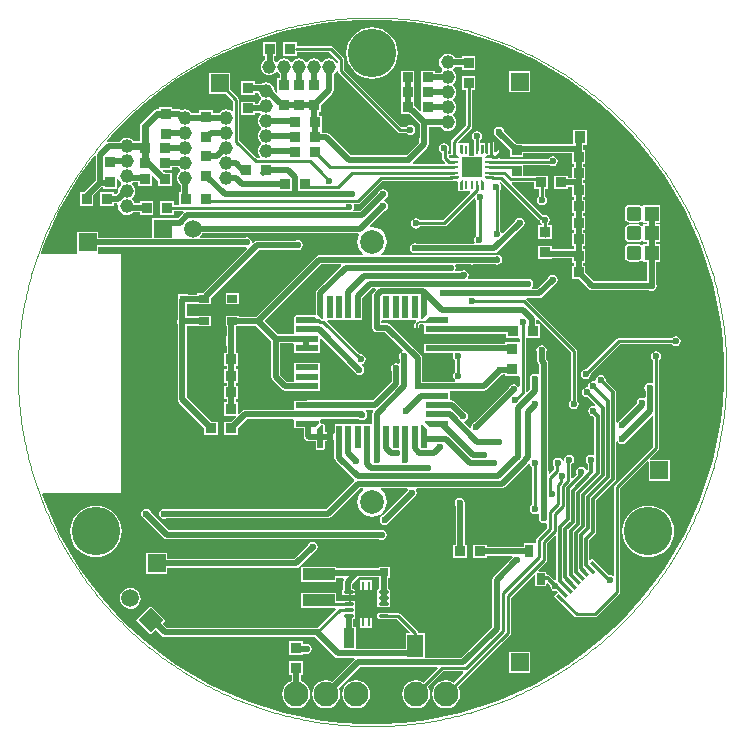
<source format=gbl>
G04*
G04 #@! TF.GenerationSoftware,Altium Limited,Altium Designer,22.4.2 (48)*
G04*
G04 Layer_Physical_Order=2*
G04 Layer_Color=16711680*
%FSLAX25Y25*%
%MOIN*%
G70*
G04*
G04 #@! TF.SameCoordinates,A5219701-5F61-4D45-AD81-8ED9BC4A77AE*
G04*
G04*
G04 #@! TF.FilePolarity,Positive*
G04*
G01*
G75*
%ADD10C,0.00984*%
%ADD14C,0.00787*%
%ADD15C,0.01000*%
%ADD17C,0.00004*%
%ADD18C,0.00700*%
%ADD19C,0.00400*%
G04:AMPARAMS|DCode=23|XSize=11.02mil|YSize=33.47mil|CornerRadius=1.98mil|HoleSize=0mil|Usage=FLASHONLY|Rotation=270.000|XOffset=0mil|YOffset=0mil|HoleType=Round|Shape=RoundedRectangle|*
%AMROUNDEDRECTD23*
21,1,0.01102,0.02950,0,0,270.0*
21,1,0.00706,0.03347,0,0,270.0*
1,1,0.00397,-0.01475,-0.00353*
1,1,0.00397,-0.01475,0.00353*
1,1,0.00397,0.01475,0.00353*
1,1,0.00397,0.01475,-0.00353*
%
%ADD23ROUNDEDRECTD23*%
%ADD27R,0.10630X0.03937*%
%ADD33R,0.03543X0.03543*%
%ADD41R,0.05315X0.07480*%
%ADD42R,0.03740X0.06693*%
%ADD43R,0.03740X0.04134*%
%ADD46R,0.03543X0.03543*%
%ADD72C,0.04600*%
G04:AMPARAMS|DCode=80|XSize=64.96mil|YSize=94.49mil|CornerRadius=1.95mil|HoleSize=0mil|Usage=FLASHONLY|Rotation=0.000|XOffset=0mil|YOffset=0mil|HoleType=Round|Shape=RoundedRectangle|*
%AMROUNDEDRECTD80*
21,1,0.06496,0.09059,0,0,0.0*
21,1,0.06106,0.09449,0,0,0.0*
1,1,0.00390,0.03053,-0.04530*
1,1,0.00390,-0.03053,-0.04530*
1,1,0.00390,-0.03053,0.04530*
1,1,0.00390,0.03053,0.04530*
%
%ADD80ROUNDEDRECTD80*%
%ADD85C,0.02000*%
%ADD88C,0.01102*%
%ADD89C,0.00500*%
%ADD92R,0.05906X0.05906*%
%ADD93C,0.08268*%
G04:AMPARAMS|DCode=94|XSize=49.21mil|YSize=49.21mil|CornerRadius=12.3mil|HoleSize=0mil|Usage=FLASHONLY|Rotation=180.000|XOffset=0mil|YOffset=0mil|HoleType=Round|Shape=RoundedRectangle|*
%AMROUNDEDRECTD94*
21,1,0.04921,0.02461,0,0,180.0*
21,1,0.02461,0.04921,0,0,180.0*
1,1,0.02461,-0.01230,0.01230*
1,1,0.02461,0.01230,0.01230*
1,1,0.02461,0.01230,-0.01230*
1,1,0.02461,-0.01230,-0.01230*
%
%ADD94ROUNDEDRECTD94*%
%ADD95R,0.04921X0.04921*%
%ADD96R,0.05906X0.05906*%
%ADD97C,0.05906*%
%ADD98P,0.08352X4X178.0*%
%ADD99C,0.16142*%
%ADD100C,0.07874*%
%ADD101C,0.02362*%
%ADD102C,0.01968*%
G04:AMPARAMS|DCode=103|XSize=11.81mil|YSize=27.56mil|CornerRadius=0mil|HoleSize=0mil|Usage=FLASHONLY|Rotation=225.000|XOffset=0mil|YOffset=0mil|HoleType=Round|Shape=Rectangle|*
%AMROTATEDRECTD103*
4,1,4,-0.00557,0.01392,0.01392,-0.00557,0.00557,-0.01392,-0.01392,0.00557,-0.00557,0.01392,0.0*
%
%ADD103ROTATEDRECTD103*%

G04:AMPARAMS|DCode=104|XSize=11.81mil|YSize=39.37mil|CornerRadius=0mil|HoleSize=0mil|Usage=FLASHONLY|Rotation=225.000|XOffset=0mil|YOffset=0mil|HoleType=Round|Shape=Rectangle|*
%AMROTATEDRECTD104*
4,1,4,-0.00974,0.01810,0.01810,-0.00974,0.00974,-0.01810,-0.01810,0.00974,-0.00974,0.01810,0.0*
%
%ADD104ROTATEDRECTD104*%

%ADD105R,0.02423X0.02254*%
%ADD106R,0.02756X0.03937*%
%ADD107R,0.01968X0.07677*%
%ADD108R,0.01968X0.03937*%
G04:AMPARAMS|DCode=109|XSize=19.68mil|YSize=102.36mil|CornerRadius=0mil|HoleSize=0mil|Usage=FLASHONLY|Rotation=180.000|XOffset=0mil|YOffset=0mil|HoleType=Round|Shape=Octagon|*
%AMOCTAGOND109*
4,1,8,0.00492,-0.05118,-0.00492,-0.05118,-0.00984,-0.04626,-0.00984,0.04626,-0.00492,0.05118,0.00492,0.05118,0.00984,0.04626,0.00984,-0.04626,0.00492,-0.05118,0.0*
%
%ADD109OCTAGOND109*%

%ADD110R,0.07677X0.01968*%
%ADD111R,0.03937X0.01968*%
%ADD112R,0.02559X0.02756*%
%ADD113R,0.00984X0.01575*%
%ADD114R,0.06693X0.06693*%
%ADD115R,0.00984X0.03150*%
%ADD116R,0.03150X0.00984*%
%ADD117R,0.01575X0.00984*%
G04:AMPARAMS|DCode=118|XSize=9.84mil|YSize=15.75mil|CornerRadius=0mil|HoleSize=0mil|Usage=FLASHONLY|Rotation=90.000|XOffset=0mil|YOffset=0mil|HoleType=Round|Shape=Octagon|*
%AMOCTAGOND118*
4,1,8,-0.00787,-0.00246,-0.00787,0.00246,-0.00541,0.00492,0.00541,0.00492,0.00787,0.00246,0.00787,-0.00246,0.00541,-0.00492,-0.00541,-0.00492,-0.00787,-0.00246,0.0*
%
%ADD118OCTAGOND118*%

%ADD119R,0.03543X0.02559*%
%ADD120C,0.01181*%
%ADD121C,0.01968*%
%ADD122C,0.02284*%
%ADD123R,0.01102X0.02756*%
%ADD124R,0.01102X0.02756*%
G36*
X147659Y254734D02*
X154200Y253997D01*
X160690Y252894D01*
X167107Y251429D01*
X173433Y249607D01*
X179646Y247433D01*
X185728Y244914D01*
X191658Y242058D01*
X197420Y238874D01*
X202993Y235371D01*
X208362Y231562D01*
X213509Y227458D01*
X218417Y223072D01*
X223072Y218417D01*
X227458Y213509D01*
X231562Y208362D01*
X235371Y202993D01*
X238873Y197420D01*
X242058Y191658D01*
X244914Y185728D01*
X247433Y179646D01*
X249607Y173433D01*
X251429Y167107D01*
X252894Y160690D01*
X253997Y154200D01*
X254734Y147659D01*
X255103Y141087D01*
Y137795D01*
Y134504D01*
X254734Y127932D01*
X253997Y121390D01*
X252894Y114901D01*
X251429Y108483D01*
X249607Y102158D01*
X247433Y95944D01*
X244914Y89863D01*
X242058Y83932D01*
X238874Y78171D01*
X235371Y72597D01*
X231562Y67229D01*
X227458Y62082D01*
X223072Y57174D01*
X218417Y52519D01*
X213509Y48133D01*
X208362Y44029D01*
X202993Y40219D01*
X197420Y36717D01*
X191658Y33533D01*
X185728Y30677D01*
X179646Y28158D01*
X173433Y25984D01*
X167107Y24161D01*
X160690Y22697D01*
X154200Y21594D01*
X147659Y20857D01*
X141087Y20488D01*
X134504D01*
X127932Y20857D01*
X121390Y21594D01*
X114901Y22697D01*
X108483Y24161D01*
X102158Y25984D01*
X95944Y28158D01*
X89863Y30677D01*
X83932Y33533D01*
X78171Y36717D01*
X72597Y40219D01*
X67229Y44028D01*
X62082Y48133D01*
X57174Y52519D01*
X52519Y57174D01*
X48133Y62082D01*
X44029Y67228D01*
X40219Y72597D01*
X36717Y78171D01*
X33533Y83932D01*
X30677Y89863D01*
X28158Y95944D01*
X27786Y97008D01*
X28075Y97415D01*
X54000D01*
Y177165D01*
X46738D01*
X46453Y177547D01*
Y179471D01*
X95263D01*
X95344Y179416D01*
X95938Y179298D01*
X96064Y179087D01*
X96153Y178807D01*
X81466Y164119D01*
X81400Y164020D01*
X79504D01*
Y163529D01*
X76398D01*
Y163627D01*
X72976D01*
Y161839D01*
X72971Y161813D01*
Y155237D01*
X72916Y155156D01*
X72786Y154500D01*
X72916Y153844D01*
X72971Y153763D01*
Y128654D01*
X73087Y128068D01*
X73419Y127572D01*
X81882Y119109D01*
Y116728D01*
X86425D01*
Y121272D01*
X84045D01*
X76029Y129287D01*
Y153230D01*
X79504D01*
Y152980D01*
X84047D01*
Y156539D01*
X79504D01*
Y156289D01*
X76029D01*
Y160373D01*
X76398D01*
Y160471D01*
X79504D01*
Y160461D01*
X84047D01*
Y162375D01*
X100209Y178537D01*
X112263D01*
X112344Y178483D01*
X113000Y178352D01*
X113656Y178483D01*
X114212Y178854D01*
X114584Y179410D01*
X114714Y180066D01*
X114584Y180722D01*
X114212Y181278D01*
X113656Y181650D01*
X113000Y181780D01*
X112344Y181650D01*
X112263Y181596D01*
X99576D01*
X98991Y181479D01*
X98494Y181148D01*
X98193Y180847D01*
X97913Y180936D01*
X97702Y181062D01*
X97584Y181656D01*
X97212Y182212D01*
X96656Y182584D01*
X96000Y182714D01*
X95344Y182584D01*
X95263Y182529D01*
X80578D01*
X80417Y183003D01*
X80462Y183037D01*
X81016Y183759D01*
X81104Y183971D01*
X133229D01*
X133449Y183471D01*
X133001Y182387D01*
X132832Y181102D01*
X133001Y179818D01*
X133496Y178621D01*
X134285Y177593D01*
X134783Y177210D01*
X134614Y176710D01*
X120177D01*
X120177Y176710D01*
X119598Y176595D01*
X119107Y176267D01*
X99113Y156273D01*
X93496D01*
Y156539D01*
X88953D01*
Y152980D01*
X89333D01*
Y149627D01*
X89149D01*
Y146373D01*
X89333D01*
Y144272D01*
X88575D01*
Y139728D01*
X89333D01*
Y138772D01*
X88575D01*
Y134228D01*
X89333D01*
Y133272D01*
X88575D01*
Y128728D01*
X89333D01*
Y127772D01*
X88575D01*
Y123228D01*
X92281D01*
X92473Y122766D01*
X90978Y121272D01*
X88575D01*
Y116728D01*
X93118D01*
Y119132D01*
X96095Y122109D01*
X111576D01*
X111864Y121609D01*
X111801Y121457D01*
Y119488D01*
X111960Y119106D01*
X112343Y118947D01*
X114971D01*
Y116492D01*
X115087Y115907D01*
X115419Y115411D01*
X115711Y115118D01*
X116208Y114786D01*
X116793Y114670D01*
X118947D01*
Y112343D01*
X119106Y111960D01*
X119488Y111801D01*
X121437D01*
X121627Y111880D01*
X121819Y111959D01*
X121819Y111960D01*
X121820Y111960D01*
X121898Y112150D01*
X121978Y112341D01*
X121984Y114652D01*
X123622D01*
X124207Y114768D01*
X124703Y115100D01*
X124758Y115182D01*
X125258Y115030D01*
Y109229D01*
X125258Y109228D01*
X125373Y108649D01*
X125701Y108158D01*
X131774Y102086D01*
X131818Y101930D01*
X131816Y101572D01*
X131772Y101434D01*
X122366Y92029D01*
X69237D01*
X69156Y92084D01*
X68500Y92214D01*
X67844Y92084D01*
X67288Y91712D01*
X66916Y91156D01*
X66786Y90500D01*
X66916Y89844D01*
X67288Y89288D01*
X67844Y88916D01*
X68500Y88786D01*
X69156Y88916D01*
X69237Y88971D01*
X123000D01*
X123585Y89087D01*
X124081Y89419D01*
X133633Y98971D01*
X134731D01*
X134901Y98471D01*
X134285Y97998D01*
X133496Y96970D01*
X133001Y95773D01*
X132832Y94488D01*
X133001Y93204D01*
X133496Y92006D01*
X134285Y90978D01*
X135313Y90189D01*
X136511Y89694D01*
X137795Y89525D01*
X139080Y89694D01*
X140277Y90189D01*
X141305Y90978D01*
X142094Y92006D01*
X142590Y93204D01*
X142759Y94488D01*
X142590Y95773D01*
X142094Y96970D01*
X141305Y97998D01*
X140689Y98471D01*
X140859Y98971D01*
X149359D01*
X149627Y98471D01*
X149416Y98156D01*
X149397Y98060D01*
X141440Y90103D01*
X141344Y90084D01*
X140788Y89712D01*
X140416Y89156D01*
X140286Y88500D01*
X140416Y87844D01*
X140788Y87288D01*
X141344Y86916D01*
X142000Y86786D01*
X142656Y86916D01*
X143212Y87288D01*
X143584Y87844D01*
X143603Y87940D01*
X151560Y95897D01*
X151656Y95916D01*
X152212Y96288D01*
X152584Y96844D01*
X152714Y97500D01*
X152584Y98156D01*
X152373Y98471D01*
X152641Y98971D01*
X180976D01*
X181561Y99087D01*
X182057Y99419D01*
X189719Y107080D01*
X189827Y107242D01*
X190358Y107137D01*
X190416Y106844D01*
X190788Y106288D01*
X190980Y106159D01*
Y93522D01*
X190788Y93393D01*
X190416Y92837D01*
X190286Y92181D01*
X190416Y91525D01*
X190788Y90969D01*
X191344Y90597D01*
X192000Y90467D01*
X192656Y90597D01*
X192971Y90808D01*
X193471Y90540D01*
Y89737D01*
X193416Y89656D01*
X193286Y89000D01*
X193416Y88344D01*
X193788Y87788D01*
X194344Y87416D01*
X195000Y87286D01*
X195656Y87416D01*
X195768Y87491D01*
X196209Y87256D01*
Y85772D01*
X192779Y82342D01*
X192558Y82011D01*
X192480Y81621D01*
Y81051D01*
X192138Y80693D01*
X188382D01*
Y79529D01*
X176118D01*
Y80272D01*
X171575D01*
Y75728D01*
X176118D01*
Y76471D01*
X184359D01*
X184627Y75971D01*
X184459Y75720D01*
X178352Y69612D01*
X178020Y69116D01*
X177904Y68531D01*
Y52851D01*
X167582Y42529D01*
X155358D01*
Y50740D01*
X153755D01*
X153273Y50799D01*
X153191Y51209D01*
X152959Y51557D01*
X152959Y51557D01*
X147258Y57258D01*
X146910Y57490D01*
X146500Y57572D01*
X146500Y57572D01*
X141614D01*
X141579Y57565D01*
X140139D01*
X139867Y57511D01*
X139636Y57356D01*
X139481Y57125D01*
X139427Y56853D01*
Y56147D01*
X139481Y55875D01*
X139636Y55644D01*
X139867Y55489D01*
X140139Y55435D01*
X141579D01*
X141614Y55428D01*
X146056D01*
X150282Y51202D01*
X150091Y50740D01*
X149043D01*
Y45529D01*
X132358D01*
Y52846D01*
X131529D01*
Y55446D01*
X131747Y55489D01*
X131978Y55644D01*
X132133Y55875D01*
X132187Y56147D01*
Y56853D01*
X132133Y57125D01*
X132019Y57484D01*
X132133Y57843D01*
X132187Y58116D01*
Y58821D01*
X132133Y59094D01*
X131978Y59325D01*
Y59581D01*
X132133Y59812D01*
X132187Y60084D01*
Y60790D01*
X132133Y61062D01*
X131978Y61293D01*
X131747Y61448D01*
X131475Y61502D01*
X130035D01*
X130000Y61509D01*
X125815D01*
Y64138D01*
X114185D01*
Y59201D01*
X125478D01*
X125685Y58701D01*
X119511Y52527D01*
X119500Y52529D01*
X69334D01*
X68179Y53684D01*
X68188Y54184D01*
X68880Y54830D01*
X64170Y59880D01*
X59120Y55170D01*
X63830Y50120D01*
X65686Y51851D01*
X67619Y49919D01*
X68115Y49587D01*
X68700Y49471D01*
X118867D01*
X125419Y42919D01*
X125915Y42587D01*
X126500Y42471D01*
X131788D01*
X131836Y42408D01*
X131973Y41971D01*
X124498Y34495D01*
X123690Y34830D01*
X122480Y34989D01*
X121271Y34830D01*
X120143Y34363D01*
X119176Y33620D01*
X118433Y32652D01*
X117966Y31525D01*
X117806Y30315D01*
X117966Y29105D01*
X118433Y27978D01*
X119176Y27010D01*
X120143Y26267D01*
X121271Y25800D01*
X122480Y25641D01*
X123690Y25800D01*
X124817Y26267D01*
X125785Y27010D01*
X126528Y27978D01*
X126995Y29105D01*
X127154Y30315D01*
X126995Y31525D01*
X126661Y32332D01*
X133799Y39471D01*
X159541D01*
X159732Y39009D01*
X154969Y34246D01*
X154817Y34363D01*
X153690Y34830D01*
X152480Y34989D01*
X151271Y34830D01*
X150144Y34363D01*
X149176Y33620D01*
X148433Y32652D01*
X147966Y31525D01*
X147807Y30315D01*
X147966Y29105D01*
X148433Y27978D01*
X149176Y27010D01*
X150144Y26267D01*
X151271Y25800D01*
X152480Y25641D01*
X153690Y25800D01*
X154817Y26267D01*
X155785Y27010D01*
X156528Y27978D01*
X156995Y29105D01*
X157154Y30315D01*
X156995Y31525D01*
X156528Y32652D01*
X156411Y32804D01*
X161588Y37980D01*
X168051D01*
X168242Y37519D01*
X164969Y34246D01*
X164817Y34363D01*
X163690Y34830D01*
X162480Y34989D01*
X161271Y34830D01*
X160143Y34363D01*
X159176Y33620D01*
X158433Y32652D01*
X157966Y31525D01*
X157807Y30315D01*
X157966Y29105D01*
X158433Y27978D01*
X159176Y27010D01*
X160143Y26267D01*
X161271Y25800D01*
X162480Y25641D01*
X163690Y25800D01*
X164817Y26267D01*
X165785Y27010D01*
X166528Y27978D01*
X166995Y29105D01*
X167154Y30315D01*
X166995Y31525D01*
X166528Y32652D01*
X166411Y32804D01*
X183721Y50114D01*
X183942Y50444D01*
X184020Y50835D01*
Y62578D01*
X191660Y70218D01*
X192122Y70027D01*
Y66307D01*
X195878D01*
Y67224D01*
X196340Y67415D01*
X197223Y66532D01*
X197200Y66414D01*
X197330Y65758D01*
X197702Y65202D01*
X198258Y64830D01*
X198914Y64700D01*
X199390Y64794D01*
X199825Y64359D01*
X198449Y62982D01*
X201104Y60326D01*
X201200Y60421D01*
X205377Y56244D01*
X205708Y56023D01*
X206098Y55946D01*
X211965D01*
X212355Y56023D01*
X212686Y56244D01*
X220221Y63779D01*
X220442Y64110D01*
X220520Y64500D01*
Y99078D01*
X229547Y108105D01*
X230047Y107898D01*
Y101547D01*
X236953D01*
Y108453D01*
X230602D01*
X230395Y108953D01*
X233221Y111779D01*
X233442Y112110D01*
X233520Y112500D01*
Y141659D01*
X233712Y141788D01*
X234084Y142344D01*
X234214Y143000D01*
X234084Y143656D01*
X233712Y144212D01*
X233156Y144584D01*
X232500Y144714D01*
X231844Y144584D01*
X231288Y144212D01*
X230916Y143656D01*
X230786Y143000D01*
X230916Y142344D01*
X231288Y141788D01*
X231480Y141659D01*
Y134276D01*
X231039Y134040D01*
X230975Y134084D01*
X230319Y134214D01*
X229663Y134084D01*
X229107Y133712D01*
X228735Y133156D01*
X228605Y132500D01*
X228735Y131844D01*
X228971Y131492D01*
Y129283D01*
X228530Y129047D01*
X228475Y129084D01*
X227819Y129214D01*
X227163Y129084D01*
X226607Y128712D01*
X226235Y128156D01*
X226105Y127500D01*
X226157Y127237D01*
X220570Y121650D01*
X220474Y121631D01*
X219918Y121259D01*
X219655Y120866D01*
X219155Y121018D01*
Y130957D01*
X219155Y130957D01*
X219071Y131382D01*
X218830Y131743D01*
X215681Y134891D01*
X215714Y135055D01*
X215584Y135711D01*
X215212Y136267D01*
X214656Y136639D01*
X214000Y136769D01*
X213344Y136639D01*
X212788Y136267D01*
X212416Y135711D01*
X212286Y135057D01*
X212286Y135055D01*
X211852Y134673D01*
X211524Y134738D01*
X210868Y134607D01*
X210312Y134236D01*
X209940Y133680D01*
X209836Y133157D01*
X209634Y132890D01*
X209367Y132688D01*
X208844Y132584D01*
X208288Y132212D01*
X207916Y131656D01*
X207786Y131000D01*
X207916Y130344D01*
X208288Y129788D01*
X208844Y129416D01*
X209500Y129286D01*
X209618Y129309D01*
X212008Y126920D01*
X211761Y126459D01*
X211547Y126502D01*
X210891Y126371D01*
X210335Y125999D01*
X209964Y125443D01*
X209833Y124787D01*
X209964Y124132D01*
X210335Y123575D01*
X210891Y123204D01*
X211325Y123118D01*
X211888Y122555D01*
Y110277D01*
X211447Y110042D01*
X211384Y110084D01*
X210728Y110214D01*
X210072Y110084D01*
X209516Y109712D01*
X209145Y109156D01*
X209014Y108500D01*
X209145Y107844D01*
X209516Y107288D01*
X209616Y107221D01*
Y105209D01*
X209585Y105197D01*
X209084Y105156D01*
X208712Y105712D01*
X208156Y106084D01*
X207500Y106214D01*
X206844Y106084D01*
X206288Y105712D01*
X205916Y105156D01*
X205786Y104500D01*
X205916Y103844D01*
X206055Y103636D01*
X204735Y102316D01*
X204274Y102508D01*
Y106995D01*
X204712Y107288D01*
X205084Y107844D01*
X205214Y108500D01*
X205084Y109156D01*
X204712Y109712D01*
X204156Y110084D01*
X203500Y110214D01*
X202844Y110084D01*
X202288Y109712D01*
X201916Y109156D01*
X201786Y108500D01*
X201798Y108441D01*
X201327Y108246D01*
X201015Y108712D01*
X200459Y109084D01*
X199803Y109214D01*
X199147Y109084D01*
X198591Y108712D01*
X198220Y108156D01*
X198089Y107500D01*
X198220Y106844D01*
X198523Y106390D01*
Y105293D01*
X197098Y103868D01*
X196637Y104115D01*
X196714Y104500D01*
X196584Y105156D01*
X196529Y105237D01*
Y140819D01*
X196413Y141404D01*
X196081Y141900D01*
X195914Y142068D01*
Y144420D01*
X196029Y145000D01*
X195898Y145656D01*
X195527Y146212D01*
X194971Y146584D01*
X194315Y146714D01*
X193659Y146584D01*
X193103Y146212D01*
X192731Y145656D01*
X192601Y145000D01*
X192731Y144344D01*
X192855Y144159D01*
Y141435D01*
X192971Y140849D01*
X193303Y140353D01*
X193471Y140185D01*
Y137235D01*
X192971Y136968D01*
X192798Y137084D01*
X192142Y137214D01*
X191486Y137084D01*
X190930Y136712D01*
X190558Y136156D01*
X190428Y135500D01*
X190558Y134844D01*
X190559Y134843D01*
Y132172D01*
X189602Y131215D01*
X189102Y131422D01*
Y149228D01*
X193618D01*
Y153772D01*
X192543D01*
Y155039D01*
X193043Y155246D01*
X203980Y144309D01*
Y128341D01*
X203788Y128212D01*
X203416Y127656D01*
X203286Y127000D01*
X203416Y126344D01*
X203788Y125788D01*
X204344Y125416D01*
X205000Y125286D01*
X205656Y125416D01*
X206212Y125788D01*
X206584Y126344D01*
X206714Y127000D01*
X206584Y127656D01*
X206212Y128212D01*
X206020Y128341D01*
Y144731D01*
X205942Y145121D01*
X205721Y145452D01*
X189197Y161976D01*
X189251Y162254D01*
X189383Y162476D01*
X193506D01*
X194091Y162593D01*
X194587Y162924D01*
X198560Y166897D01*
X198656Y166916D01*
X199212Y167288D01*
X199584Y167844D01*
X199714Y168500D01*
X199584Y169156D01*
X199212Y169712D01*
X198656Y170084D01*
X198000Y170214D01*
X197344Y170084D01*
X196788Y169712D01*
X196416Y169156D01*
X196397Y169060D01*
X192872Y165535D01*
X191200D01*
X191063Y165816D01*
X191010Y166035D01*
X191350Y166545D01*
X191481Y167201D01*
X191350Y167857D01*
X190979Y168413D01*
X190423Y168784D01*
X189767Y168915D01*
X189111Y168784D01*
X189006Y168714D01*
X170083D01*
X169816Y169214D01*
X169903Y169344D01*
X170033Y170000D01*
X169903Y170656D01*
X169531Y171212D01*
X168975Y171584D01*
X168319Y171714D01*
X167663Y171584D01*
X167265Y171318D01*
X165699Y171320D01*
X165463Y171761D01*
X165540Y171876D01*
X165671Y172531D01*
X165540Y173187D01*
X165810Y173684D01*
X170255D01*
X170360Y173613D01*
X171016Y173483D01*
X171672Y173613D01*
X171753Y173668D01*
X178762D01*
X178844Y173613D01*
X179500Y173483D01*
X180156Y173613D01*
X180712Y173985D01*
X181084Y174541D01*
X181214Y175197D01*
X181084Y175853D01*
X180712Y176409D01*
X180156Y176780D01*
X179500Y176911D01*
X178844Y176780D01*
X178715Y176694D01*
X171800D01*
X171672Y176780D01*
X171016Y176911D01*
X170360Y176780D01*
X170255Y176710D01*
X165210D01*
X165203Y176709D01*
X165195Y176710D01*
X165194Y176710D01*
X140977D01*
X140807Y177210D01*
X141305Y177593D01*
X142094Y178621D01*
X142590Y179818D01*
X142759Y181102D01*
X142590Y182387D01*
X142094Y183584D01*
X141305Y184612D01*
X140277Y185401D01*
X139080Y185897D01*
X137795Y186066D01*
X137179Y185985D01*
X136945Y186459D01*
X141841Y191354D01*
X142156Y191416D01*
X142712Y191788D01*
X143084Y192344D01*
X143214Y193000D01*
X143084Y193656D01*
X142712Y194212D01*
X142156Y194584D01*
X142095Y194596D01*
X141885Y195100D01*
X142058Y195416D01*
X142614Y195788D01*
X142985Y196344D01*
X143116Y197000D01*
X142985Y197656D01*
X142614Y198212D01*
X142058Y198584D01*
X141402Y198714D01*
X140746Y198584D01*
X140190Y198212D01*
X139818Y197656D01*
X139799Y197560D01*
X133721Y191482D01*
X131820D01*
X131585Y191923D01*
X131621Y191978D01*
X131752Y192634D01*
X131621Y193290D01*
X131578Y193355D01*
X131814Y193796D01*
X132991D01*
X133378Y193872D01*
X133706Y194092D01*
X141044Y201430D01*
X163898D01*
X163913Y201423D01*
X165980D01*
X165980Y201423D01*
X166083Y201466D01*
X166167Y201426D01*
X166351Y201273D01*
X166466Y201083D01*
X166423Y200980D01*
X166423Y200980D01*
Y198520D01*
X166464Y198420D01*
Y198020D01*
X166865D01*
X166965Y197978D01*
X167949D01*
X168048Y198020D01*
X170323D01*
X170514Y197558D01*
X161287Y188330D01*
X153846D01*
X153712Y188531D01*
X153156Y188902D01*
X152500Y189033D01*
X151844Y188902D01*
X151288Y188531D01*
X150916Y187975D01*
X150786Y187319D01*
X150916Y186663D01*
X151288Y186107D01*
X151844Y185735D01*
X152500Y185605D01*
X153156Y185735D01*
X153712Y186107D01*
X153846Y186307D01*
X161706D01*
X162093Y186384D01*
X162421Y186604D01*
X171657Y195839D01*
X172135Y195694D01*
X172152Y195608D01*
X172524Y195052D01*
X172598Y195002D01*
Y183100D01*
X172288Y182893D01*
X171916Y182337D01*
X171786Y181681D01*
X171916Y181025D01*
X171953Y180970D01*
X171717Y180529D01*
X152737D01*
X152656Y180584D01*
X152000Y180714D01*
X151344Y180584D01*
X150788Y180212D01*
X150416Y179656D01*
X150286Y179000D01*
X150416Y178344D01*
X150788Y177788D01*
X151344Y177416D01*
X152000Y177286D01*
X152656Y177416D01*
X152737Y177471D01*
X178500D01*
X179085Y177587D01*
X179581Y177919D01*
X187560Y185897D01*
X187656Y185916D01*
X188212Y186288D01*
X188584Y186844D01*
X188714Y187500D01*
X188584Y188156D01*
X188212Y188712D01*
X187656Y189084D01*
X187000Y189214D01*
X186344Y189084D01*
X185788Y188712D01*
X185416Y188156D01*
X185397Y188060D01*
X181429Y184092D01*
X180951Y184237D01*
X180938Y184302D01*
X180566Y184858D01*
X180302Y185035D01*
Y198208D01*
X180422Y198288D01*
X180794Y198844D01*
X180924Y199500D01*
X180794Y200156D01*
X180456Y200660D01*
X180496Y200942D01*
X180581Y201207D01*
X180683Y201233D01*
X193443Y188473D01*
X193466Y188439D01*
X193640Y188322D01*
X193735Y187844D01*
X194107Y187288D01*
X194299Y187159D01*
Y186618D01*
X193228D01*
Y182075D01*
X197772D01*
Y186618D01*
X196338D01*
Y187159D01*
X196531Y187288D01*
X196903Y187844D01*
X197033Y188500D01*
X196903Y189156D01*
X196531Y189712D01*
X195975Y190084D01*
X195319Y190214D01*
X194697Y190090D01*
X194681Y190102D01*
X194674Y190103D01*
X184289Y200488D01*
X184496Y200988D01*
X191882D01*
Y198728D01*
X193480D01*
Y196341D01*
X193288Y196212D01*
X192916Y195656D01*
X192786Y195000D01*
X192916Y194344D01*
X193288Y193788D01*
X193844Y193416D01*
X194500Y193286D01*
X195156Y193416D01*
X195712Y193788D01*
X196084Y194344D01*
X196214Y195000D01*
X196084Y195656D01*
X195712Y196212D01*
X195520Y196341D01*
Y198728D01*
X196425D01*
Y203272D01*
X191882D01*
Y203012D01*
X188272D01*
Y206768D01*
X196818D01*
X197344Y206416D01*
X198000Y206286D01*
X198656Y206416D01*
X199212Y206788D01*
X199584Y207344D01*
X199714Y208000D01*
X199584Y208656D01*
X199212Y209212D01*
X198656Y209584D01*
X198000Y209714D01*
X197344Y209584D01*
X196788Y209212D01*
X196507Y208791D01*
X180429D01*
X180222Y209291D01*
X181715Y210785D01*
X181935Y211113D01*
X182012Y211500D01*
X181935Y211887D01*
X181715Y212215D01*
X181387Y212435D01*
X181000Y212512D01*
X180613Y212435D01*
X180285Y212215D01*
X179012Y210942D01*
X178512Y211149D01*
Y215000D01*
X178435Y215387D01*
X178215Y215715D01*
X177887Y215935D01*
X177500Y216012D01*
X177113Y215935D01*
X176785Y215715D01*
X176565Y215387D01*
X176488Y215000D01*
Y210725D01*
X176020Y210577D01*
X175917Y210534D01*
X175833Y210574D01*
X175648Y210727D01*
X175534Y210917D01*
X175577Y211020D01*
X175577Y211020D01*
Y213480D01*
X175536Y213580D01*
Y213980D01*
X175135D01*
X175035Y214021D01*
X174051D01*
X173783Y214452D01*
Y214973D01*
X173984Y215107D01*
X174355Y215663D01*
X174486Y216319D01*
X174355Y216975D01*
X173984Y217531D01*
X173427Y217902D01*
X172772Y218033D01*
X172116Y217902D01*
X171560Y217531D01*
X171188Y216975D01*
X171058Y216319D01*
X171188Y215663D01*
X171560Y215107D01*
X171760Y214973D01*
Y211906D01*
X171780Y211808D01*
Y209846D01*
X170220D01*
Y213980D01*
X168048D01*
X167949Y214021D01*
X166965D01*
X166865Y213980D01*
X166629D01*
X166393Y214451D01*
X170971Y219029D01*
X171192Y219360D01*
X171270Y219750D01*
Y231882D01*
X172272D01*
Y236425D01*
X167728D01*
Y231882D01*
X169230D01*
Y220172D01*
X164373Y215315D01*
X164152Y214985D01*
X164075Y214594D01*
Y210577D01*
X163520D01*
X163249Y210704D01*
X163133Y211262D01*
X163397Y211658D01*
X163528Y212314D01*
X163397Y212969D01*
X163026Y213526D01*
X162470Y213897D01*
X161814Y214028D01*
X161158Y213897D01*
X160602Y213526D01*
X160230Y212969D01*
X160100Y212314D01*
X160230Y211658D01*
X160602Y211102D01*
X161013Y210827D01*
Y209133D01*
X161090Y208745D01*
X161309Y208417D01*
X162215Y207512D01*
X162007Y207012D01*
X151566D01*
X151299Y207512D01*
X151396Y207657D01*
X151415Y207752D01*
X156196Y212533D01*
X156527Y213029D01*
X156644Y213615D01*
Y214454D01*
X156742Y214601D01*
X156873Y215257D01*
X156742Y215913D01*
X156713Y215956D01*
Y219471D01*
X160644D01*
X161003Y219003D01*
X161588Y218554D01*
X162269Y218272D01*
X163000Y218176D01*
X163731Y218272D01*
X164412Y218554D01*
X164997Y219003D01*
X165446Y219588D01*
X165728Y220269D01*
X165824Y221000D01*
X165728Y221731D01*
X165446Y222412D01*
X164997Y222997D01*
X164752Y223185D01*
Y223815D01*
X164997Y224003D01*
X165446Y224588D01*
X165728Y225269D01*
X165824Y226000D01*
X165728Y226731D01*
X165446Y227412D01*
X164997Y227997D01*
X164752Y228185D01*
Y228815D01*
X164997Y229003D01*
X165446Y229588D01*
X165728Y230269D01*
X165824Y231000D01*
X165728Y231731D01*
X165446Y232412D01*
X164997Y232997D01*
X164752Y233185D01*
Y233815D01*
X164997Y234003D01*
X165446Y234588D01*
X165728Y235269D01*
X165824Y236000D01*
X165728Y236731D01*
X165446Y237412D01*
X164997Y237997D01*
X164752Y238185D01*
Y238815D01*
X164997Y239003D01*
X165356Y239471D01*
X167728D01*
Y238575D01*
X172272D01*
Y243118D01*
X167728D01*
Y242529D01*
X165356D01*
X164997Y242997D01*
X164412Y243446D01*
X163731Y243728D01*
X163000Y243824D01*
X162269Y243728D01*
X161588Y243446D01*
X161003Y242997D01*
X160554Y242412D01*
X160272Y241731D01*
X160176Y241000D01*
X160272Y240269D01*
X160554Y239588D01*
X161003Y239003D01*
X161248Y238815D01*
Y238185D01*
X161003Y237997D01*
X160644Y237529D01*
X158618D01*
Y238272D01*
X154075D01*
Y233728D01*
X154075D01*
Y233272D01*
X154075D01*
Y228728D01*
X154075D01*
Y228272D01*
X154075D01*
Y224925D01*
X153613Y224734D01*
X152037Y226310D01*
X151925Y226384D01*
Y228272D01*
X151925D01*
Y228728D01*
X151925D01*
Y233272D01*
X151925D01*
Y233728D01*
X151925D01*
Y238272D01*
X147382D01*
Y233728D01*
X147382D01*
Y233272D01*
X147382D01*
Y228728D01*
X147382D01*
Y228272D01*
X147382D01*
Y223728D01*
X150277D01*
X150296Y223725D01*
X153654Y220367D01*
Y216031D01*
X153575Y215913D01*
X153445Y215257D01*
X153575Y214601D01*
X153585Y214586D01*
Y214248D01*
X149346Y210009D01*
X130654D01*
X123581Y217081D01*
X123085Y217413D01*
X122500Y217529D01*
X120969D01*
Y218272D01*
X120969D01*
Y218728D01*
X120969D01*
Y223272D01*
X120029D01*
Y224382D01*
X120772D01*
Y226762D01*
X124581Y230572D01*
X124913Y231068D01*
X125029Y231654D01*
Y237144D01*
X125497Y237503D01*
X125946Y238088D01*
X125980Y238172D01*
X126480Y238072D01*
Y238006D01*
X126558Y237616D01*
X126779Y237285D01*
X146285Y217779D01*
X146616Y217558D01*
X147006Y217480D01*
X149159D01*
X149288Y217288D01*
X149844Y216916D01*
X150500Y216786D01*
X151156Y216916D01*
X151712Y217288D01*
X152084Y217844D01*
X152214Y218500D01*
X152084Y219156D01*
X151712Y219712D01*
X151156Y220084D01*
X150500Y220214D01*
X149844Y220084D01*
X149288Y219712D01*
X149159Y219520D01*
X147428D01*
X128520Y238428D01*
Y242000D01*
X128442Y242390D01*
X128221Y242721D01*
X124721Y246221D01*
X124390Y246442D01*
X124000Y246520D01*
X112618D01*
Y247772D01*
X108075D01*
Y243228D01*
X112618D01*
Y244480D01*
X123578D01*
X126480Y241578D01*
Y240928D01*
X125980Y240828D01*
X125946Y240912D01*
X125497Y241497D01*
X124912Y241946D01*
X124231Y242228D01*
X123500Y242324D01*
X122769Y242228D01*
X122088Y241946D01*
X121503Y241497D01*
X121315Y241252D01*
X120685D01*
X120497Y241497D01*
X119912Y241946D01*
X119231Y242228D01*
X118500Y242324D01*
X117769Y242228D01*
X117088Y241946D01*
X116503Y241497D01*
X116315Y241252D01*
X115685D01*
X115497Y241497D01*
X114912Y241946D01*
X114231Y242228D01*
X113500Y242324D01*
X112769Y242228D01*
X112088Y241946D01*
X111503Y241497D01*
X111315Y241252D01*
X110685D01*
X110497Y241497D01*
X109912Y241946D01*
X109231Y242228D01*
X108500Y242324D01*
X107769Y242228D01*
X107088Y241946D01*
X106503Y241497D01*
X106315Y241252D01*
X105685D01*
X105497Y241497D01*
X105183Y241738D01*
Y243228D01*
X105925D01*
Y247772D01*
X101382D01*
Y243228D01*
X102124D01*
Y241961D01*
X102088Y241946D01*
X101503Y241497D01*
X101054Y240912D01*
X100772Y240231D01*
X100676Y239500D01*
X100772Y238769D01*
X101054Y238088D01*
X101503Y237503D01*
X102088Y237054D01*
X102769Y236772D01*
X103500Y236676D01*
X104231Y236772D01*
X104912Y237054D01*
X105497Y237503D01*
X105685Y237748D01*
X106315D01*
X106503Y237503D01*
X106971Y237144D01*
Y235618D01*
X106228D01*
Y231180D01*
X105800Y230901D01*
X105310Y231392D01*
X105324Y231500D01*
X105228Y232231D01*
X104946Y232912D01*
X104497Y233497D01*
X103912Y233946D01*
X103231Y234228D01*
X102500Y234324D01*
X101769Y234228D01*
X101088Y233946D01*
X100987Y233868D01*
X100950Y233876D01*
X98772D01*
Y234618D01*
X94228D01*
Y230075D01*
X98772D01*
Y230817D01*
X99766D01*
X99772Y230769D01*
X100054Y230088D01*
X100503Y229503D01*
X100748Y229315D01*
Y228685D01*
X100503Y228497D01*
X100054Y227912D01*
X99772Y227231D01*
X99766Y227183D01*
X98772D01*
Y227925D01*
X94228D01*
Y223382D01*
X98772D01*
Y224124D01*
X100499D01*
X100669Y223624D01*
X100503Y223497D01*
X100054Y222912D01*
X99772Y222231D01*
X99676Y221500D01*
X99772Y220769D01*
X100054Y220088D01*
X100503Y219503D01*
X100748Y219315D01*
Y218685D01*
X100503Y218497D01*
X100054Y217912D01*
X99772Y217231D01*
X99676Y216500D01*
X99772Y215769D01*
X100054Y215088D01*
X100503Y214503D01*
X100748Y214315D01*
Y213685D01*
X100503Y213497D01*
X100054Y212912D01*
X99772Y212231D01*
X99676Y211500D01*
X99772Y210769D01*
X100054Y210088D01*
X100490Y209520D01*
X100479Y209442D01*
X100312Y209020D01*
X99422D01*
X93520Y214922D01*
Y228500D01*
X93442Y228890D01*
X93221Y229221D01*
X90453Y231989D01*
Y237453D01*
X83547D01*
Y230547D01*
X89011D01*
X91480Y228078D01*
Y224810D01*
X90980Y224610D01*
X90543Y224946D01*
X89862Y225228D01*
X89131Y225324D01*
X88400Y225228D01*
X87719Y224946D01*
X87134Y224497D01*
X86775Y224029D01*
X84783D01*
X84772Y224032D01*
Y225118D01*
X80228D01*
Y224029D01*
X77856D01*
X77497Y224497D01*
X76912Y224946D01*
X76231Y225228D01*
X75500Y225324D01*
X74769Y225228D01*
X74345Y225052D01*
X74035Y225259D01*
X73450Y225376D01*
X71272D01*
Y226118D01*
X66728D01*
Y225390D01*
X66027D01*
X65386Y225263D01*
X64843Y224900D01*
X60970Y221027D01*
X60607Y220484D01*
X60480Y219843D01*
Y214772D01*
X59882D01*
Y214674D01*
X58245D01*
X57997Y214997D01*
X57412Y215446D01*
X56731Y215728D01*
X56000Y215824D01*
X55269Y215728D01*
X54588Y215446D01*
X54003Y214997D01*
X53644Y214529D01*
X49989D01*
X49657Y214463D01*
X49395Y214921D01*
X52519Y218417D01*
X57174Y223072D01*
X62082Y227458D01*
X67228Y231562D01*
X72597Y235371D01*
X78171Y238873D01*
X83932Y242058D01*
X89863Y244914D01*
X95944Y247433D01*
X102158Y249607D01*
X108483Y251429D01*
X114901Y252894D01*
X121390Y253997D01*
X127931Y254734D01*
X134504Y255103D01*
X141087D01*
X147659Y254734D01*
D02*
G37*
G36*
X175035Y211020D02*
X174346Y210331D01*
X174051D01*
Y213480D01*
X175035D01*
Y211020D01*
D02*
G37*
G36*
X167949Y210331D02*
X167654D01*
X166965Y211020D01*
Y213480D01*
X167949D01*
Y210331D01*
D02*
G37*
G36*
X178480Y209051D02*
X175331D01*
Y209347D01*
X176020Y210035D01*
X178480D01*
Y209051D01*
D02*
G37*
G36*
X166669Y209347D02*
Y209051D01*
X163520D01*
Y210035D01*
X165980D01*
X166669Y209347D01*
D02*
G37*
G36*
X178480Y201965D02*
X176020D01*
X175331Y202654D01*
Y202949D01*
X178480D01*
Y201965D01*
D02*
G37*
G36*
X166669Y202654D02*
X165980Y201965D01*
X163913D01*
Y202949D01*
X166669D01*
Y202654D01*
D02*
G37*
G36*
X175035Y200980D02*
Y198520D01*
X174051D01*
Y201669D01*
X174346D01*
X175035Y200980D01*
D02*
G37*
G36*
X167949Y198520D02*
X166965D01*
Y200980D01*
X167654Y201669D01*
X167949D01*
Y198520D01*
D02*
G37*
G36*
X45699Y209655D02*
Y201708D01*
X41762Y197772D01*
X40382D01*
Y193228D01*
X44925D01*
Y196609D01*
X47644Y199328D01*
X48228D01*
Y198882D01*
X52772D01*
Y202239D01*
X53272Y202272D01*
X53272Y202269D01*
X53554Y201588D01*
X54003Y201003D01*
X54248Y200815D01*
Y200185D01*
X54003Y199997D01*
X53554Y199412D01*
X53272Y198731D01*
X53176Y198000D01*
X53209Y197746D01*
X52492Y197029D01*
X51618D01*
Y197772D01*
X47075D01*
Y193228D01*
X51618D01*
Y193971D01*
X52830D01*
X52914Y193925D01*
X53226Y193542D01*
X53240Y193483D01*
X53176Y193000D01*
X53272Y192269D01*
X53554Y191588D01*
X54003Y191003D01*
X54588Y190554D01*
X55269Y190272D01*
X56000Y190176D01*
X56731Y190272D01*
X57412Y190554D01*
X57958Y190973D01*
X58326D01*
X58338Y190971D01*
X60382D01*
Y190228D01*
X64925D01*
Y194772D01*
X60382D01*
Y194029D01*
X58604D01*
X58446Y194412D01*
X57997Y194997D01*
X57752Y195185D01*
Y195815D01*
X57997Y196003D01*
X58446Y196588D01*
X58728Y197269D01*
X58824Y198000D01*
X58728Y198731D01*
X58446Y199412D01*
X57997Y199997D01*
X57858Y200104D01*
X57838Y200640D01*
X58187Y200973D01*
X58326D01*
X58338Y200971D01*
X59882D01*
Y199728D01*
X64425D01*
Y203035D01*
X64887Y203227D01*
X66575Y201539D01*
Y199728D01*
X71118D01*
Y204272D01*
X68878D01*
X68717Y204304D01*
X68545D01*
X68082Y204766D01*
X68274Y205228D01*
X71118D01*
Y205971D01*
X73144D01*
X73503Y205503D01*
X73748Y205315D01*
Y204685D01*
X73503Y204497D01*
X73054Y203912D01*
X72772Y203231D01*
X72676Y202500D01*
X72772Y201769D01*
X73054Y201088D01*
X73503Y200503D01*
X73971Y200144D01*
Y197772D01*
X73382D01*
Y193520D01*
X71618D01*
Y194772D01*
X67075D01*
Y190228D01*
X71618D01*
Y191480D01*
X74842D01*
X74987Y191202D01*
X75020Y190980D01*
X73022Y188982D01*
X69953D01*
X69805Y188953D01*
X64547D01*
Y182529D01*
X46453D01*
Y184453D01*
X39547D01*
Y177547D01*
X39262Y177165D01*
X27722D01*
X27432Y177573D01*
X28158Y179646D01*
X30677Y185728D01*
X33533Y191658D01*
X36717Y197420D01*
X40219Y202993D01*
X44028Y208362D01*
X45199Y209830D01*
X45699Y209655D01*
D02*
G37*
G36*
X156102Y156949D02*
X154724Y155571D01*
X154134D01*
X154154Y163248D01*
X156102D01*
Y156949D01*
D02*
G37*
G36*
X121457Y155571D02*
X120866D01*
X119488Y156949D01*
Y163248D01*
X121457D01*
Y155571D01*
D02*
G37*
G36*
X152489Y154571D02*
X152105Y154186D01*
X151939Y153938D01*
X151881Y153646D01*
Y151354D01*
X151939Y151062D01*
X152105Y150813D01*
X152353Y150648D01*
X152646Y150590D01*
X152938Y150648D01*
X153187Y150813D01*
X153352Y151062D01*
X153410Y151354D01*
Y153329D01*
X153701Y153619D01*
X154640D01*
X155071Y153453D01*
Y150484D01*
X159263D01*
X159409Y150455D01*
X182382D01*
Y149228D01*
X186925D01*
X187063Y148785D01*
Y147997D01*
X186772Y147618D01*
X186563Y147618D01*
X182228D01*
Y147183D01*
X159409D01*
X159263Y147153D01*
X155071D01*
Y144185D01*
X159263D01*
X159409Y144156D01*
X164720D01*
X164956Y143715D01*
X164916Y143656D01*
X164786Y143000D01*
X164916Y142344D01*
X165288Y141788D01*
X165480Y141659D01*
Y137841D01*
X165288Y137712D01*
X164916Y137156D01*
X164786Y136500D01*
X164916Y135844D01*
X165288Y135288D01*
X165593Y135084D01*
X165441Y134584D01*
X154584D01*
Y142289D01*
X154584Y142289D01*
X154469Y142868D01*
X154141Y143359D01*
X143947Y153553D01*
X143947Y153553D01*
X143456Y153881D01*
X142877Y153996D01*
X142877Y153996D01*
X140883D01*
Y154634D01*
X141035Y155071D01*
X144004D01*
Y155071D01*
X144185D01*
Y155071D01*
X147154D01*
Y155071D01*
X147335D01*
Y155071D01*
X150303D01*
Y155071D01*
X150484D01*
Y155071D01*
X152282D01*
X152489Y154571D01*
D02*
G37*
G36*
X139085Y165226D02*
X138300Y164440D01*
X137972Y163949D01*
X137857Y163370D01*
X137857Y163370D01*
Y158130D01*
Y152483D01*
X137972Y151904D01*
X138300Y151413D01*
X138791Y151085D01*
X139370Y150970D01*
X142250D01*
X148080Y145140D01*
X147915Y144598D01*
X147844Y144584D01*
X147288Y144212D01*
X146916Y143656D01*
X146786Y143000D01*
X146916Y142344D01*
X146987Y142239D01*
Y140782D01*
X146546Y140547D01*
X146491Y140584D01*
X145835Y140714D01*
X145179Y140584D01*
X144623Y140212D01*
X144251Y139656D01*
X144121Y139000D01*
X144251Y138344D01*
X144321Y138239D01*
Y134461D01*
X138145Y128285D01*
X116181D01*
X116035Y128256D01*
X111843D01*
Y125287D01*
X111406Y125135D01*
X95468D01*
X95468Y125135D01*
X94889Y125020D01*
X94398Y124692D01*
X94398Y124692D01*
X93580Y123874D01*
X93118Y124065D01*
Y127772D01*
X92360D01*
Y128728D01*
X93118D01*
Y133272D01*
X92360D01*
Y134228D01*
X93118D01*
Y138772D01*
X92360D01*
Y139728D01*
X93118D01*
Y144272D01*
X92360D01*
Y146373D01*
X92572D01*
Y149627D01*
X92360D01*
Y152980D01*
X93496D01*
Y153246D01*
X99113D01*
X104168Y148192D01*
Y136047D01*
X104168Y136047D01*
X104283Y135467D01*
X104611Y134976D01*
X107587Y132001D01*
X107587Y132001D01*
X108078Y131673D01*
X108657Y131558D01*
X116181D01*
X116327Y131587D01*
X120520D01*
Y134236D01*
X120520Y134555D01*
X120520Y135055D01*
Y137386D01*
X120520Y137705D01*
X120520Y138205D01*
Y140854D01*
X111843D01*
Y138205D01*
X111843Y137886D01*
X111843Y137386D01*
X111843Y134736D01*
X111406Y134584D01*
X109284D01*
X107194Y136673D01*
Y147306D01*
X111406D01*
X111843Y147153D01*
Y144185D01*
X116035D01*
X116181Y144156D01*
X116327Y144185D01*
X120520D01*
Y147153D01*
X120520D01*
Y147335D01*
X120520D01*
Y148664D01*
X120982Y148855D01*
X131897Y137940D01*
X131916Y137844D01*
X132288Y137288D01*
X132844Y136916D01*
X133500Y136786D01*
X134156Y136916D01*
X134712Y137288D01*
X135084Y137844D01*
X135214Y138500D01*
X135084Y139156D01*
X134712Y139712D01*
X134475Y139871D01*
X134580Y140401D01*
X134656Y140416D01*
X135212Y140788D01*
X135584Y141344D01*
X135714Y142000D01*
X135584Y142656D01*
X135212Y143212D01*
X134656Y143584D01*
X134000Y143714D01*
X133773Y143669D01*
X122833Y154609D01*
X123024Y155071D01*
X124787D01*
X125106Y155071D01*
X125606Y155071D01*
X127937D01*
X128256Y155071D01*
X128756Y155071D01*
X131087D01*
X131405Y155071D01*
Y155071D01*
X131587D01*
Y155071D01*
X134555D01*
Y159263D01*
X134584Y159409D01*
Y162577D01*
X137695Y165688D01*
X138894D01*
X139085Y165226D01*
D02*
G37*
G36*
X163248Y154134D02*
X155571D01*
Y154724D01*
X156949Y156102D01*
X163248D01*
Y154134D01*
D02*
G37*
G36*
X120020Y154724D02*
Y154134D01*
X112343Y154154D01*
Y156102D01*
X118642D01*
X120020Y154724D01*
D02*
G37*
G36*
X127543Y173184D02*
X119402Y165042D01*
X119074Y164551D01*
X118959Y163972D01*
X118959Y163972D01*
Y163277D01*
X118947Y163248D01*
Y157058D01*
X118771Y156819D01*
X118532Y156644D01*
X112343D01*
X111960Y156485D01*
X111801Y156102D01*
Y154154D01*
X111880Y153963D01*
X111884Y153953D01*
X111843Y153453D01*
X111843Y153453D01*
Y150484D01*
X111406Y150332D01*
X106308D01*
X101880Y154760D01*
X120804Y173684D01*
X127336D01*
X127543Y173184D01*
D02*
G37*
G36*
X182228Y136382D02*
X186772D01*
X187063Y136003D01*
Y132943D01*
X186600Y132681D01*
X186563Y132686D01*
X186212Y133212D01*
X185656Y133584D01*
X185000Y133714D01*
X184344Y133584D01*
X183788Y133212D01*
X183416Y132656D01*
X183406Y132602D01*
X177681Y126878D01*
X177613Y126776D01*
X171982Y121145D01*
X171886Y121126D01*
X171330Y120754D01*
X170959Y120198D01*
X170828Y119542D01*
X170877Y119298D01*
X170416Y119052D01*
X168585Y120883D01*
X168730Y121361D01*
X168795Y121374D01*
X169351Y121746D01*
X169723Y122302D01*
X169853Y122958D01*
X169723Y123614D01*
X169351Y124170D01*
X168795Y124541D01*
X168671Y124566D01*
X165395Y127842D01*
X164904Y128170D01*
X164325Y128285D01*
X164325Y128285D01*
X164185D01*
X163748Y128437D01*
X163748Y128785D01*
X163748Y131405D01*
X164185Y131558D01*
X175071D01*
X175071Y131558D01*
X175650Y131673D01*
X176141Y132001D01*
X181032Y136892D01*
X181156Y136916D01*
X181374Y137062D01*
X182228D01*
Y136382D01*
D02*
G37*
G36*
X138202Y124758D02*
X137972Y124414D01*
X137857Y123835D01*
X137857Y123834D01*
Y120957D01*
X137705Y120520D01*
X135055D01*
X134736Y120520D01*
X134236Y120520D01*
X131905D01*
X131587Y120520D01*
X131087Y120520D01*
X128437D01*
Y120520D01*
X128256D01*
Y120520D01*
X125287D01*
Y117289D01*
X124787Y117137D01*
X124703Y117263D01*
X124207Y117594D01*
X123622Y117711D01*
X122346D01*
X121993Y118065D01*
X121998Y120018D01*
X121998Y120019D01*
X121998Y120020D01*
X121919Y120210D01*
X121840Y120401D01*
X121840Y120402D01*
X121839Y120402D01*
X121650Y120481D01*
X121458Y120561D01*
X121457Y120561D01*
X121457Y120561D01*
X120976D01*
X120737Y120737D01*
X120561Y120976D01*
Y121457D01*
X120498Y121609D01*
X120786Y122109D01*
X133556D01*
X133844Y121916D01*
X134500Y121786D01*
X135156Y121916D01*
X135712Y122288D01*
X136084Y122844D01*
X136214Y123500D01*
X136084Y124156D01*
X135712Y124712D01*
X135643Y124758D01*
X135794Y125258D01*
X137998D01*
X138202Y124758D01*
D02*
G37*
G36*
X163248Y121437D02*
Y119488D01*
X156949D01*
X155571Y120866D01*
Y121457D01*
X163248Y121437D01*
D02*
G37*
G36*
X120020Y120866D02*
X118642Y119488D01*
X112343D01*
Y121457D01*
X120020D01*
Y120866D01*
D02*
G37*
G36*
X231480Y123034D02*
Y112922D01*
X218779Y100221D01*
X218558Y99890D01*
X218480Y99500D01*
Y70134D01*
X217980Y69867D01*
X217656Y70084D01*
X217000Y70214D01*
X216668Y70148D01*
X213469Y73347D01*
X213378Y73408D01*
X211126Y75659D01*
X210574Y75107D01*
X210112Y75298D01*
Y81629D01*
X212144Y83662D01*
X212386Y84023D01*
X212470Y84448D01*
X212470Y84448D01*
Y95019D01*
X218830Y101378D01*
X219071Y101739D01*
X219155Y102165D01*
X219155Y102165D01*
Y114530D01*
X219655Y114681D01*
X219918Y114288D01*
X220474Y113916D01*
X221130Y113786D01*
X221786Y113916D01*
X222342Y114288D01*
X222713Y114844D01*
X222733Y114940D01*
X231018Y123226D01*
X231480Y123034D01*
D02*
G37*
G36*
X156102Y118642D02*
Y112343D01*
X154134D01*
Y120020D01*
X154724D01*
X156102Y118642D01*
D02*
G37*
G36*
X121437Y112343D02*
X119488D01*
Y118642D01*
X120866Y120020D01*
X121457D01*
X121437Y112343D01*
D02*
G37*
G36*
X199207Y83112D02*
Y68579D01*
X199116Y68440D01*
X198545Y68355D01*
X197062Y69838D01*
X196702Y70079D01*
X196276Y70164D01*
X195878Y70453D01*
Y71244D01*
X193339D01*
X193148Y71706D01*
X195721Y74279D01*
X195942Y74610D01*
X196020Y75000D01*
Y80578D01*
X198745Y83303D01*
X199207Y83112D01*
D02*
G37*
%LPC*%
G36*
X137795Y252707D02*
X136115Y252541D01*
X134499Y252051D01*
X133010Y251255D01*
X131705Y250184D01*
X130634Y248879D01*
X129838Y247390D01*
X129348Y245775D01*
X129183Y244094D01*
X129348Y242414D01*
X129838Y240799D01*
X130634Y239310D01*
X131705Y238005D01*
X133010Y236933D01*
X134499Y236138D01*
X136115Y235648D01*
X137795Y235482D01*
X139475Y235648D01*
X141091Y236138D01*
X142580Y236933D01*
X143885Y238005D01*
X144956Y239310D01*
X145752Y240799D01*
X146242Y242414D01*
X146407Y244094D01*
X146242Y245775D01*
X145752Y247390D01*
X144956Y248879D01*
X143885Y250184D01*
X142580Y251255D01*
X141091Y252051D01*
X139475Y252541D01*
X137795Y252707D01*
D02*
G37*
G36*
X190453Y237953D02*
X183547D01*
Y231047D01*
X190453D01*
Y237953D01*
D02*
G37*
G36*
X180069Y219450D02*
X179413Y219319D01*
X178857Y218948D01*
X178486Y218392D01*
X178355Y217736D01*
X178486Y217080D01*
X178857Y216524D01*
X179057Y216390D01*
X179057Y216390D01*
X183728Y211719D01*
Y209338D01*
X188272D01*
Y210675D01*
X204382D01*
Y207228D01*
X205124D01*
Y206272D01*
X204382D01*
Y202529D01*
X203118D01*
Y203272D01*
X198575D01*
Y198728D01*
X203118D01*
Y199471D01*
X204382D01*
Y196228D01*
X205124D01*
Y195272D01*
X204382D01*
Y190728D01*
X205124D01*
Y189772D01*
X204382D01*
Y185228D01*
X205124D01*
Y184272D01*
X204382D01*
Y179728D01*
X205124D01*
Y178772D01*
X204382D01*
Y178683D01*
X197772D01*
Y179925D01*
X193228D01*
Y175382D01*
X197772D01*
Y175624D01*
X204382D01*
Y174228D01*
X205124D01*
Y173272D01*
X204382D01*
Y168728D01*
X206762D01*
X210072Y165419D01*
X210568Y165087D01*
X211154Y164971D01*
X230263D01*
X230344Y164916D01*
X231000Y164786D01*
X231656Y164916D01*
X232212Y165288D01*
X232584Y165844D01*
X232714Y166500D01*
X232584Y167156D01*
X232506Y167272D01*
Y174539D01*
X233913D01*
Y180461D01*
X232482D01*
Y181039D01*
X233913D01*
Y186961D01*
X232482D01*
Y187539D01*
X233913D01*
Y193461D01*
X227992D01*
Y193179D01*
X227664Y193038D01*
X227492Y193000D01*
X226953Y193360D01*
X226277Y193494D01*
X223817D01*
X223142Y193360D01*
X222569Y192978D01*
X222187Y192405D01*
X222053Y191730D01*
Y189270D01*
X222187Y188595D01*
X222569Y188022D01*
X223142Y187640D01*
X223817Y187505D01*
X226277D01*
X226953Y187640D01*
X227492Y188000D01*
X227664Y187962D01*
X227992Y187821D01*
Y187539D01*
X229423D01*
Y186961D01*
X227992D01*
Y186679D01*
X227664Y186538D01*
X227492Y186500D01*
X226953Y186860D01*
X226277Y186995D01*
X223817D01*
X223142Y186860D01*
X222569Y186478D01*
X222187Y185905D01*
X222053Y185230D01*
Y182770D01*
X222187Y182095D01*
X222569Y181522D01*
X223142Y181140D01*
X223817Y181006D01*
X226277D01*
X226953Y181140D01*
X227492Y181500D01*
X227664Y181462D01*
X227992Y181321D01*
Y181039D01*
X229423D01*
Y180461D01*
X227992D01*
Y180179D01*
X227664Y180038D01*
X227492Y180000D01*
X226953Y180360D01*
X226277Y180494D01*
X223817D01*
X223142Y180360D01*
X222569Y179978D01*
X222187Y179405D01*
X222053Y178730D01*
Y176270D01*
X222187Y175595D01*
X222569Y175022D01*
X223142Y174640D01*
X223817Y174505D01*
X226277D01*
X226953Y174640D01*
X227492Y175000D01*
X227664Y174962D01*
X227992Y174821D01*
Y174539D01*
X229447D01*
Y168029D01*
X211787D01*
X208925Y170891D01*
Y173272D01*
X208183D01*
Y174228D01*
X208925D01*
Y178772D01*
X208183D01*
Y179728D01*
X208925D01*
Y184272D01*
X208183D01*
Y185228D01*
X208925D01*
Y189772D01*
X208183D01*
Y190728D01*
X208925D01*
Y195272D01*
X208183D01*
Y196228D01*
X208925D01*
Y200772D01*
X208183D01*
Y201728D01*
X208925D01*
Y206272D01*
X208183D01*
Y207228D01*
X208925D01*
Y211772D01*
X208209D01*
Y213433D01*
X209516D01*
Y218567D01*
X204776D01*
Y213734D01*
X188272D01*
Y213882D01*
X185891D01*
X181720Y218053D01*
X181653Y218392D01*
X181281Y218948D01*
X180725Y219319D01*
X180069Y219450D01*
D02*
G37*
G36*
X93496Y164020D02*
X88953D01*
Y160461D01*
X93496D01*
Y164020D01*
D02*
G37*
G36*
X239000Y149714D02*
X238344Y149584D01*
X237788Y149212D01*
X237659Y149020D01*
X220000D01*
X219610Y148942D01*
X219279Y148721D01*
X209227Y138669D01*
X209000Y138714D01*
X208344Y138584D01*
X207788Y138212D01*
X207416Y137656D01*
X207286Y137000D01*
X207416Y136344D01*
X207788Y135788D01*
X208344Y135416D01*
X209000Y135286D01*
X209656Y135416D01*
X210212Y135788D01*
X210584Y136344D01*
X210714Y137000D01*
X210669Y137227D01*
X220422Y146980D01*
X237659D01*
X237788Y146788D01*
X238344Y146416D01*
X239000Y146286D01*
X239656Y146416D01*
X240212Y146788D01*
X240584Y147344D01*
X240714Y148000D01*
X240584Y148656D01*
X240212Y149212D01*
X239656Y149584D01*
X239000Y149714D01*
D02*
G37*
G36*
X62500Y92214D02*
X61844Y92084D01*
X61288Y91712D01*
X60916Y91156D01*
X60786Y90500D01*
X60916Y89844D01*
X61288Y89288D01*
X61844Y88916D01*
X61940Y88897D01*
X68419Y82419D01*
X68915Y82087D01*
X69500Y81971D01*
X140263D01*
X140344Y81916D01*
X141000Y81786D01*
X141656Y81916D01*
X142212Y82288D01*
X142584Y82844D01*
X142714Y83500D01*
X142584Y84156D01*
X142212Y84712D01*
X141656Y85084D01*
X141000Y85214D01*
X140344Y85084D01*
X140263Y85029D01*
X70134D01*
X64103Y91060D01*
X64084Y91156D01*
X63712Y91712D01*
X63156Y92084D01*
X62500Y92214D01*
D02*
G37*
G36*
X229854Y93258D02*
X228174Y93092D01*
X226559Y92602D01*
X225070Y91807D01*
X223765Y90735D01*
X222693Y89430D01*
X221898Y87941D01*
X221408Y86326D01*
X221242Y84646D01*
X221408Y82965D01*
X221898Y81350D01*
X222693Y79861D01*
X223765Y78556D01*
X225070Y77485D01*
X226559Y76689D01*
X228174Y76199D01*
X229854Y76033D01*
X231535Y76199D01*
X233150Y76689D01*
X234639Y77485D01*
X235944Y78556D01*
X237015Y79861D01*
X237811Y81350D01*
X238301Y82965D01*
X238467Y84646D01*
X238301Y86326D01*
X237811Y87941D01*
X237015Y89430D01*
X235944Y90735D01*
X234639Y91807D01*
X233150Y92602D01*
X231535Y93092D01*
X229854Y93258D01*
D02*
G37*
G36*
X45736D02*
X44056Y93092D01*
X42440Y92602D01*
X40951Y91807D01*
X39646Y90735D01*
X38575Y89430D01*
X37779Y87941D01*
X37289Y86326D01*
X37124Y84646D01*
X37289Y82965D01*
X37779Y81350D01*
X38575Y79861D01*
X39646Y78556D01*
X40951Y77485D01*
X42440Y76689D01*
X44056Y76199D01*
X45736Y76033D01*
X47416Y76199D01*
X49032Y76689D01*
X50521Y77485D01*
X51826Y78556D01*
X52897Y79861D01*
X53693Y81350D01*
X54183Y82965D01*
X54348Y84646D01*
X54183Y86326D01*
X53693Y87941D01*
X52897Y89430D01*
X51826Y90735D01*
X50521Y91807D01*
X49032Y92602D01*
X47416Y93092D01*
X45736Y93258D01*
D02*
G37*
G36*
X167000Y95895D02*
X166344Y95765D01*
X165788Y95393D01*
X165416Y94837D01*
X165286Y94181D01*
X165416Y93525D01*
X165624Y93214D01*
Y80272D01*
X164882D01*
Y75728D01*
X169425D01*
Y80272D01*
X168683D01*
Y93929D01*
X168674Y93977D01*
X168714Y94181D01*
X168584Y94837D01*
X168212Y95393D01*
X167656Y95765D01*
X167000Y95895D01*
D02*
G37*
G36*
X118000Y81214D02*
X117344Y81084D01*
X116788Y80712D01*
X116416Y80156D01*
X116397Y80060D01*
X111866Y75529D01*
X69453D01*
Y77453D01*
X62547D01*
Y70547D01*
X69453D01*
Y72471D01*
X112500D01*
X113085Y72587D01*
X113581Y72919D01*
X118560Y77897D01*
X118656Y77916D01*
X119212Y78288D01*
X119584Y78844D01*
X119714Y79500D01*
X119584Y80156D01*
X119212Y80712D01*
X118656Y81084D01*
X118000Y81214D01*
D02*
G37*
G36*
X143622Y72878D02*
X140063D01*
Y72353D01*
X133414D01*
X133333Y72407D01*
X132677Y72537D01*
X132021Y72407D01*
X131836Y72283D01*
X125815D01*
Y72799D01*
X114185D01*
Y67862D01*
X125815D01*
Y69225D01*
X128233D01*
X128481Y68725D01*
X128282Y68427D01*
X128166Y67842D01*
Y65327D01*
X128022Y65230D01*
X127867Y64999D01*
X127813Y64727D01*
Y64021D01*
X127867Y63749D01*
X128022Y63518D01*
X128253Y63363D01*
X128525Y63309D01*
X131475D01*
X131747Y63363D01*
X131978Y63518D01*
X132133Y63749D01*
X132187Y64021D01*
Y64727D01*
X132133Y64999D01*
X131978Y65230D01*
X131747Y65385D01*
X131475Y65439D01*
X131230D01*
X131225Y65440D01*
Y67208D01*
X133237Y69221D01*
X133333Y69240D01*
X133414Y69294D01*
X140063D01*
Y69122D01*
X140085D01*
Y65428D01*
X139867Y65385D01*
X139636Y65230D01*
X139481Y64999D01*
X139427Y64727D01*
Y64021D01*
X139481Y63749D01*
X139595Y63390D01*
X139481Y63031D01*
X139427Y62758D01*
Y62053D01*
X139481Y61780D01*
X139595Y61421D01*
X139481Y61062D01*
X139427Y60790D01*
Y60084D01*
X139481Y59812D01*
X139636Y59581D01*
X139867Y59426D01*
X140139Y59372D01*
X143089D01*
X143361Y59426D01*
X143592Y59581D01*
X143747Y59812D01*
X143801Y60084D01*
Y60790D01*
X143747Y61062D01*
X143633Y61421D01*
X143747Y61780D01*
X143801Y62053D01*
Y62758D01*
X143747Y63031D01*
X143633Y63390D01*
X143747Y63749D01*
X143801Y64021D01*
Y64727D01*
X143747Y64999D01*
X143592Y65230D01*
X143361Y65385D01*
X143143Y65428D01*
Y69122D01*
X143622D01*
Y72878D01*
D02*
G37*
G36*
X137342Y68458D02*
X136240D01*
X135857Y68300D01*
X135757Y68300D01*
X135374Y68458D01*
X134272D01*
X133889Y68300D01*
X133731Y67917D01*
Y65161D01*
X133889Y64778D01*
X134272Y64620D01*
X135374D01*
X135757Y64778D01*
X135857Y64778D01*
X136240Y64620D01*
X137342D01*
X137725Y64778D01*
X137883Y65161D01*
Y67917D01*
X137725Y68300D01*
X137342Y68458D01*
D02*
G37*
G36*
X57301Y65794D02*
X56397Y65707D01*
X55545Y65389D01*
X54805Y64861D01*
X54227Y64159D01*
X53850Y63332D01*
X53700Y62435D01*
X53787Y61530D01*
X54105Y60679D01*
X54633Y59939D01*
X55335Y59360D01*
X56162Y58983D01*
X57059Y58833D01*
X57963Y58920D01*
X58815Y59239D01*
X59555Y59767D01*
X60133Y60468D01*
X60510Y61295D01*
X60660Y62192D01*
X60573Y63097D01*
X60255Y63949D01*
X59727Y64689D01*
X59026Y65267D01*
X58198Y65644D01*
X57301Y65794D01*
D02*
G37*
G36*
X137342Y56254D02*
X136240D01*
X135857Y56095D01*
X135757Y56095D01*
X135374Y56254D01*
X134272D01*
X133889Y56095D01*
X133731Y55713D01*
Y52957D01*
X133889Y52574D01*
X134272Y52416D01*
X135374D01*
X135757Y52574D01*
X135857Y52574D01*
X136240Y52416D01*
X137342D01*
X137725Y52574D01*
X137883Y52957D01*
Y55713D01*
X137725Y56095D01*
X137342Y56254D01*
D02*
G37*
G36*
X114772Y48118D02*
X110228D01*
Y43575D01*
X114772D01*
Y43789D01*
X115272Y43965D01*
X115344Y43916D01*
X116000Y43786D01*
X116656Y43916D01*
X117212Y44288D01*
X117584Y44844D01*
X117714Y45500D01*
X117584Y46156D01*
X117212Y46712D01*
X116656Y47084D01*
X116000Y47214D01*
X115420Y47099D01*
X114772D01*
Y48118D01*
D02*
G37*
G36*
X190453Y44453D02*
X183547D01*
Y37547D01*
X190453D01*
Y44453D01*
D02*
G37*
G36*
X132480Y34989D02*
X131271Y34830D01*
X130143Y34363D01*
X129175Y33620D01*
X128433Y32652D01*
X127966Y31525D01*
X127806Y30315D01*
X127966Y29105D01*
X128433Y27978D01*
X129175Y27010D01*
X130143Y26267D01*
X131271Y25800D01*
X132480Y25641D01*
X133690Y25800D01*
X134817Y26267D01*
X135785Y27010D01*
X136528Y27978D01*
X136995Y29105D01*
X137154Y30315D01*
X136995Y31525D01*
X136528Y32652D01*
X135785Y33620D01*
X134817Y34363D01*
X133690Y34830D01*
X132480Y34989D01*
D02*
G37*
G36*
X114772Y41425D02*
X110228D01*
Y36882D01*
X110951D01*
Y34697D01*
X110143Y34363D01*
X109176Y33620D01*
X108433Y32652D01*
X107966Y31525D01*
X107807Y30315D01*
X107966Y29105D01*
X108433Y27978D01*
X109176Y27010D01*
X110143Y26267D01*
X111271Y25800D01*
X112480Y25641D01*
X113690Y25800D01*
X114817Y26267D01*
X115785Y27010D01*
X116528Y27978D01*
X116995Y29105D01*
X117154Y30315D01*
X116995Y31525D01*
X116528Y32652D01*
X115785Y33620D01*
X114817Y34363D01*
X114010Y34697D01*
Y36882D01*
X114772D01*
Y41425D01*
D02*
G37*
%LPD*%
D10*
X140625Y202441D02*
X164292D01*
X83039Y194807D02*
X132991D01*
X140625Y202441D01*
X177693Y209543D02*
X179043D01*
X181000Y211500D01*
X176913Y207780D02*
X197780D01*
X176906Y206000D02*
X184654D01*
X177500Y209736D02*
Y215000D01*
X82346Y195500D02*
X83039Y194807D01*
X126319Y199319D02*
X131228Y204228D01*
X116181Y199319D02*
X126319D01*
X180890Y202457D02*
X194187Y189160D01*
X183960Y202000D02*
X194154D01*
X177693Y202457D02*
X180890D01*
X181731Y204228D02*
X183960Y202000D01*
X176906Y204228D02*
X181731D01*
X152500Y187319D02*
X161706D01*
X172764Y198377D01*
X162024Y209133D02*
X163385Y207772D01*
X165094D01*
X162024Y209133D02*
Y212103D01*
X161814Y212314D02*
X162024Y212103D01*
X123697Y206000D02*
X165094D01*
X131228Y204228D02*
X165094D01*
X172772Y211906D02*
Y216319D01*
D14*
X130307Y60501D02*
Y63781D01*
X130963Y64437D01*
X132275D01*
X132931Y63781D01*
Y60501D01*
X134243Y64437D02*
X135555D01*
X134899D01*
Y60501D01*
X134243Y61157D01*
D15*
X147006Y218500D02*
X150500D01*
X127500Y238006D02*
X147006Y218500D01*
X200593Y62470D02*
X206098Y56965D01*
X211965D02*
X219500Y64500D01*
Y99500D01*
X232500Y112500D01*
X197228Y85350D02*
Y90980D01*
X198728Y84728D02*
Y90359D01*
X195468Y81468D02*
X198728Y84728D01*
X193500Y81621D02*
X197228Y85350D01*
X198728Y90359D02*
X201362Y92993D01*
X197228Y90980D02*
X199862Y93614D01*
X195000Y81000D02*
X195468Y81468D01*
X195000Y75000D02*
Y81000D01*
X183000Y63000D02*
X195000Y75000D01*
X193500Y76239D02*
Y81621D01*
X181500Y64239D02*
X193500Y76239D01*
X197000Y97000D02*
X197681D01*
X199862Y93614D02*
Y100241D01*
X197000Y97000D02*
Y102328D01*
X201362Y92993D02*
Y99620D01*
X197000Y102328D02*
X199542Y104871D01*
X200739Y101119D02*
Y102739D01*
X199862Y100241D02*
X200739Y101119D01*
Y102739D02*
X201000Y103000D01*
X183000Y50835D02*
Y63000D01*
X181500Y51456D02*
Y64239D01*
X201362Y99620D02*
X203254Y101512D01*
Y108254D01*
X127500Y238006D02*
Y242000D01*
X124000Y245500D02*
X127500Y242000D01*
X112346Y245500D02*
X124000D01*
X206098Y56965D02*
X211965D01*
X152480Y30315D02*
X161165Y39000D01*
X169044D01*
X203254Y108254D02*
X203500Y108500D01*
X199542Y104871D02*
Y107239D01*
X199803Y107500D01*
X232500Y112500D02*
Y143000D01*
X192000Y92181D02*
Y107500D01*
X166500Y136500D02*
Y143000D01*
X179282Y183718D02*
Y199428D01*
Y183718D02*
X179354Y183646D01*
X173618Y181799D02*
Y196147D01*
X173500Y181681D02*
X173618Y181799D01*
X169044Y39000D02*
X181500Y51456D01*
X162480Y30315D02*
X183000Y50835D01*
X69346Y192500D02*
X129904D01*
X130038Y192634D01*
X116000Y199500D02*
X116181Y199319D01*
X120294Y204706D02*
X120294D01*
X123500Y201500D01*
X185695Y128568D02*
X188083Y130956D01*
Y154378D01*
X185326Y128568D02*
X185695D01*
X195083Y188264D02*
Y188368D01*
X194291Y189160D02*
X195083Y188368D01*
Y188264D02*
X195486Y187860D01*
X195319D02*
Y188500D01*
Y183156D02*
Y187860D01*
X194187Y189160D02*
X194291D01*
X197780Y207780D02*
X198000Y208000D01*
X176906Y207772D02*
X176913Y207780D01*
X171017Y161325D02*
X188407D01*
X205000Y144731D01*
X115492Y155118D02*
X119905D01*
X120452Y154571D01*
X121429D01*
X134000Y142000D01*
X194500Y195000D02*
Y200654D01*
X194154Y201000D02*
X194500Y200654D01*
X173618Y196147D02*
X173736Y196264D01*
X172764Y198377D02*
Y200086D01*
X172772Y200094D01*
X179210Y199500D02*
X179282Y199428D01*
X165094Y214594D02*
X170250Y219750D01*
Y233904D01*
X165094Y209756D02*
Y214594D01*
X118697Y211000D02*
X123697Y206000D01*
X99000Y208000D02*
X117000D01*
X120294Y204706D01*
X92500Y214500D02*
X99000Y208000D01*
X92500Y214500D02*
Y228500D01*
X87000Y234000D02*
X92500Y228500D01*
X209000Y137000D02*
X220000Y148000D01*
X239000D01*
X184654Y206000D02*
X186000Y204654D01*
X205000Y127000D02*
Y144731D01*
X188083Y154378D02*
X188205Y154500D01*
D17*
X137795Y19685D02*
X138793Y19689D01*
X139790Y19702D01*
X140787Y19723D01*
X141784Y19752D01*
X142781Y19790D01*
X143777Y19837D01*
X144773Y19891D01*
X145769Y19954D01*
X146764Y20026D01*
X147758Y20106D01*
X148751Y20194D01*
X149744Y20291D01*
X150736Y20396D01*
X151727Y20509D01*
X152717Y20631D01*
X153706Y20762D01*
X154693Y20900D01*
X155680Y21047D01*
X156665Y21202D01*
X157649Y21366D01*
X158632Y21538D01*
X159613Y21718D01*
X160592Y21906D01*
X161570Y22103D01*
X162546Y22308D01*
X163521Y22521D01*
X164493Y22742D01*
X165464Y22972D01*
X166432Y23209D01*
X167399Y23455D01*
X168364Y23709D01*
X169326Y23971D01*
X170286Y24242D01*
X171244Y24520D01*
X172199Y24807D01*
X173152Y25101D01*
X174102Y25404D01*
X175050Y25715D01*
X175996Y26033D01*
X176938Y26360D01*
X177878Y26694D01*
X178814Y27037D01*
X179748Y27387D01*
X180679Y27745D01*
X181607Y28111D01*
X182532Y28485D01*
X183453Y28867D01*
X184371Y29256D01*
X185286Y29654D01*
X186198Y30059D01*
X187106Y30471D01*
X188011Y30891D01*
X188911Y31319D01*
X189809Y31755D01*
X190702Y32198D01*
X191592Y32648D01*
X192478Y33106D01*
X193360Y33572D01*
X194239Y34045D01*
X195113Y34525D01*
X195983Y35013D01*
X196849Y35508D01*
X197710Y36010D01*
X198568Y36520D01*
X199421Y37037D01*
X200270Y37561D01*
X201114Y38092D01*
X201954Y38630D01*
X202789Y39175D01*
X203619Y39728D01*
X204445Y40287D01*
X205266Y40854D01*
X206082Y41427D01*
X206894Y42007D01*
X207700Y42594D01*
X208502Y43187D01*
X209298Y43788D01*
X210089Y44395D01*
X210876Y45009D01*
X211656Y45629D01*
X212432Y46256D01*
X213203Y46890D01*
X213967Y47530D01*
X214727Y48177D01*
X215481Y48829D01*
X216230Y49489D01*
X216973Y50154D01*
X217710Y50826D01*
X218442Y51504D01*
X219167Y52188D01*
X219887Y52878D01*
X220602Y53574D01*
X221310Y54277D01*
X222012Y54985D01*
X222709Y55699D01*
X223399Y56419D01*
X224083Y57145D01*
X224761Y57876D01*
X225433Y58614D01*
X226098Y59357D01*
X226758Y60105D01*
X227410Y60859D01*
X228057Y61619D01*
X228697Y62384D01*
X229330Y63154D01*
X229958Y63930D01*
X230578Y64711D01*
X231192Y65497D01*
X231799Y66288D01*
X232400Y67084D01*
X232994Y67886D01*
X233580Y68692D01*
X234161Y69504D01*
X234734Y70320D01*
X235300Y71141D01*
X235860Y71967D01*
X236412Y72797D01*
X236957Y73632D01*
X237496Y74472D01*
X238027Y75316D01*
X238551Y76165D01*
X239068Y77018D01*
X239578Y77875D01*
X240080Y78737D01*
X240575Y79603D01*
X241063Y80473D01*
X241543Y81347D01*
X242016Y82225D01*
X242482Y83107D01*
X242940Y83993D01*
X243390Y84883D01*
X243833Y85777D01*
X244269Y86674D01*
X244697Y87575D01*
X245117Y88480D01*
X245530Y89388D01*
X245935Y90299D01*
X246332Y91214D01*
X246722Y92132D01*
X247103Y93054D01*
X247477Y93978D01*
X247843Y94906D01*
X248201Y95837D01*
X248552Y96771D01*
X248894Y97708D01*
X249229Y98647D01*
X249556Y99590D01*
X249874Y100535D01*
X250185Y101483D01*
X250487Y102433D01*
X250782Y103386D01*
X251069Y104341D01*
X251347Y105299D01*
X251618Y106259D01*
X251880Y107221D01*
X252134Y108186D01*
X252380Y109153D01*
X252618Y110121D01*
X252847Y111092D01*
X253069Y112065D01*
X253282Y113039D01*
X253487Y114015D01*
X253683Y114993D01*
X253872Y115972D01*
X254052Y116953D01*
X254224Y117936D01*
X254387Y118920D01*
X254543Y119905D01*
X254690Y120892D01*
X254828Y121879D01*
X254959Y122868D01*
X255080Y123858D01*
X255194Y124849D01*
X255299Y125841D01*
X255396Y126834D01*
X255484Y127827D01*
X255564Y128821D01*
X255636Y129816D01*
X255699Y130812D01*
X255754Y131808D01*
X255800Y132804D01*
X255838Y133801D01*
X255868Y134798D01*
X255889Y135795D01*
X255901Y136792D01*
X255906Y137790D01*
Y137795D01*
X255901Y138793D01*
X255889Y139790D01*
X255868Y140787D01*
X255838Y141784D01*
X255800Y142781D01*
X255754Y143778D01*
X255699Y144773D01*
X255636Y145769D01*
X255564Y146764D01*
X255485Y147758D01*
X255396Y148751D01*
X255299Y149744D01*
X255194Y150736D01*
X255081Y151727D01*
X254959Y152717D01*
X254829Y153706D01*
X254690Y154694D01*
X254543Y155680D01*
X254388Y156666D01*
X254225Y157650D01*
X254053Y158632D01*
X253873Y159613D01*
X253684Y160593D01*
X253488Y161571D01*
X253283Y162547D01*
X253070Y163521D01*
X252848Y164494D01*
X252619Y165464D01*
X252381Y166433D01*
X252135Y167400D01*
X251881Y168365D01*
X251619Y169327D01*
X251348Y170287D01*
X251070Y171245D01*
X250783Y172200D01*
X250489Y173153D01*
X250186Y174104D01*
X249876Y175051D01*
X249557Y175997D01*
X249230Y176939D01*
X248896Y177879D01*
X248553Y178816D01*
X248203Y179750D01*
X247845Y180680D01*
X247479Y181608D01*
X247105Y182533D01*
X246723Y183455D01*
X246334Y184373D01*
X245936Y185288D01*
X245532Y186199D01*
X245119Y187107D01*
X244699Y188012D01*
X244271Y188913D01*
X243835Y189810D01*
X243392Y190704D01*
X242942Y191594D01*
X242483Y192480D01*
X242018Y193362D01*
X241545Y194240D01*
X241065Y195114D01*
X240577Y195984D01*
X240082Y196850D01*
X239579Y197712D01*
X239070Y198570D01*
X238553Y199423D01*
X238029Y200271D01*
X237498Y201116D01*
X236959Y201955D01*
X236414Y202790D01*
X235862Y203621D01*
X235302Y204447D01*
X234736Y205268D01*
X234163Y206084D01*
X233582Y206896D01*
X232996Y207702D01*
X232402Y208504D01*
X231801Y209300D01*
X231194Y210091D01*
X230580Y210877D01*
X229960Y211658D01*
X229332Y212434D01*
X228699Y213205D01*
X228059Y213969D01*
X227412Y214729D01*
X226760Y215483D01*
X226100Y216232D01*
X225435Y216975D01*
X224763Y217712D01*
X224085Y218443D01*
X223401Y219169D01*
X222710Y219889D01*
X222014Y220604D01*
X221312Y221312D01*
X220603Y222014D01*
X219889Y222710D01*
X219169Y223401D01*
X218443Y224085D01*
X217712Y224763D01*
X216975Y225435D01*
X216232Y226100D01*
X215483Y226760D01*
X214729Y227412D01*
X213969Y228059D01*
X213204Y228699D01*
X212434Y229333D01*
X211658Y229960D01*
X210877Y230580D01*
X210091Y231194D01*
X209300Y231801D01*
X208504Y232402D01*
X207702Y232996D01*
X206895Y233582D01*
X206084Y234163D01*
X205268Y234736D01*
X204447Y235302D01*
X203621Y235862D01*
X202790Y236414D01*
X201955Y236959D01*
X201115Y237498D01*
X200271Y238029D01*
X199423Y238553D01*
X198570Y239070D01*
X197712Y239579D01*
X196850Y240082D01*
X195984Y240577D01*
X195114Y241065D01*
X194240Y241545D01*
X193362Y242018D01*
X192480Y242483D01*
X191594Y242942D01*
X190704Y243392D01*
X189810Y243835D01*
X188913Y244271D01*
X188012Y244699D01*
X187107Y245119D01*
X186199Y245532D01*
X185288Y245936D01*
X184373Y246334D01*
X183454Y246723D01*
X182533Y247105D01*
X181608Y247479D01*
X180680Y247845D01*
X179749Y248203D01*
X178815Y248553D01*
X177879Y248896D01*
X176939Y249231D01*
X175996Y249557D01*
X175051Y249876D01*
X174103Y250186D01*
X173153Y250489D01*
X172200Y250783D01*
X171245Y251070D01*
X170287Y251348D01*
X169327Y251619D01*
X168364Y251881D01*
X167400Y252135D01*
X166433Y252381D01*
X165464Y252619D01*
X164494Y252848D01*
X163521Y253070D01*
X162547Y253283D01*
X161571Y253488D01*
X160593Y253684D01*
X159613Y253873D01*
X158632Y254053D01*
X157650Y254225D01*
X156666Y254388D01*
X155680Y254543D01*
X154694Y254690D01*
X153706Y254829D01*
X152717Y254959D01*
X151727Y255081D01*
X150736Y255194D01*
X149744Y255299D01*
X148751Y255396D01*
X147758Y255485D01*
X146764Y255564D01*
X145769Y255636D01*
X144773Y255699D01*
X143777Y255754D01*
X142781Y255800D01*
X141784Y255838D01*
X140787Y255868D01*
X139790Y255889D01*
X138793Y255901D01*
X137795Y255906D01*
X136798Y255901D01*
X135801Y255889D01*
X134803Y255868D01*
X133806Y255838D01*
X132809Y255800D01*
X131813Y255754D01*
X130817Y255699D01*
X129822Y255636D01*
X128827Y255564D01*
X127832Y255485D01*
X126839Y255396D01*
X125846Y255299D01*
X124854Y255194D01*
X123863Y255081D01*
X122873Y254959D01*
X121885Y254829D01*
X120897Y254690D01*
X119910Y254543D01*
X118925Y254388D01*
X117941Y254225D01*
X116958Y254053D01*
X115977Y253873D01*
X114998Y253684D01*
X114020Y253488D01*
X113044Y253283D01*
X112069Y253070D01*
X111097Y252848D01*
X110126Y252619D01*
X109157Y252381D01*
X108191Y252135D01*
X107226Y251881D01*
X106264Y251619D01*
X105304Y251348D01*
X104346Y251070D01*
X103390Y250783D01*
X102437Y250489D01*
X101487Y250186D01*
X100539Y249876D01*
X99594Y249557D01*
X98651Y249230D01*
X97712Y248896D01*
X96775Y248553D01*
X95841Y248203D01*
X94910Y247845D01*
X93982Y247479D01*
X93058Y247105D01*
X92136Y246723D01*
X91218Y246334D01*
X90303Y245936D01*
X89391Y245531D01*
X88483Y245119D01*
X87578Y244699D01*
X86677Y244271D01*
X85780Y243835D01*
X84886Y243392D01*
X83997Y242941D01*
X83111Y242483D01*
X82228Y242018D01*
X81350Y241545D01*
X80476Y241065D01*
X79606Y240577D01*
X78740Y240082D01*
X77878Y239579D01*
X77021Y239070D01*
X76168Y238553D01*
X75319Y238029D01*
X74475Y237498D01*
X73635Y236959D01*
X72800Y236414D01*
X71969Y235862D01*
X71144Y235302D01*
X70323Y234736D01*
X69506Y234162D01*
X68695Y233582D01*
X67888Y232995D01*
X67087Y232402D01*
X66291Y231801D01*
X65499Y231194D01*
X64713Y230580D01*
X63932Y229960D01*
X63156Y229332D01*
X62386Y228699D01*
X61621Y228059D01*
X60861Y227412D01*
X60107Y226759D01*
X59359Y226100D01*
X58616Y225435D01*
X57879Y224763D01*
X57147Y224085D01*
X56421Y223401D01*
X55701Y222710D01*
X54987Y222014D01*
X54279Y221312D01*
X53576Y220603D01*
X52880Y219889D01*
X52190Y219169D01*
X51506Y218443D01*
X50828Y217712D01*
X50156Y216974D01*
X49490Y216232D01*
X48831Y215483D01*
X48178Y214729D01*
X47532Y213969D01*
X46891Y213204D01*
X46258Y212434D01*
X45631Y211658D01*
X45010Y210877D01*
X44396Y210091D01*
X43789Y209300D01*
X43189Y208503D01*
X42595Y207702D01*
X42008Y206895D01*
X41428Y206084D01*
X40855Y205268D01*
X40288Y204447D01*
X39729Y203621D01*
X39176Y202790D01*
X38631Y201955D01*
X38093Y201115D01*
X37562Y200271D01*
X37038Y199423D01*
X36521Y198569D01*
X36011Y197712D01*
X35509Y196850D01*
X35014Y195984D01*
X34526Y195114D01*
X34045Y194240D01*
X33573Y193362D01*
X33107Y192480D01*
X32649Y191594D01*
X32198Y190704D01*
X31755Y189810D01*
X31320Y188913D01*
X30892Y188012D01*
X30472Y187107D01*
X30059Y186199D01*
X29654Y185288D01*
X29257Y184373D01*
X28867Y183454D01*
X28486Y182533D01*
X28112Y181608D01*
X27746Y180680D01*
X27387Y179749D01*
X27037Y178815D01*
X26695Y177879D01*
X26360Y176939D01*
X26033Y175996D01*
X25715Y175051D01*
X25404Y174103D01*
X25102Y173153D01*
X24807Y172200D01*
X24521Y171245D01*
X24242Y170287D01*
X23972Y169327D01*
X23709Y168364D01*
X23455Y167400D01*
X23210Y166433D01*
X22972Y165464D01*
X22742Y164494D01*
X22521Y163521D01*
X22308Y162547D01*
X22103Y161571D01*
X21906Y160593D01*
X21718Y159613D01*
X21538Y158632D01*
X21366Y157650D01*
X21202Y156666D01*
X21047Y155680D01*
X20900Y154694D01*
X20762Y153706D01*
X20631Y152717D01*
X20510Y151727D01*
X20396Y150736D01*
X20291Y149744D01*
X20194Y148751D01*
X20106Y147758D01*
X20026Y146764D01*
X19954Y145769D01*
X19891Y144773D01*
X19837Y143777D01*
X19790Y142781D01*
X19752Y141784D01*
X19723Y140787D01*
X19702Y139790D01*
X19689Y138793D01*
X19685Y137795D01*
X19689Y136798D01*
X19702Y135801D01*
X19723Y134803D01*
X19752Y133806D01*
X19790Y132809D01*
X19837Y131813D01*
X19891Y130817D01*
X19954Y129822D01*
X20026Y128827D01*
X20106Y127832D01*
X20194Y126839D01*
X20291Y125846D01*
X20396Y124854D01*
X20510Y123863D01*
X20631Y122873D01*
X20762Y121885D01*
X20900Y120897D01*
X21047Y119910D01*
X21202Y118925D01*
X21366Y117941D01*
X21538Y116958D01*
X21718Y115977D01*
X21906Y114998D01*
X22103Y114020D01*
X22308Y113044D01*
X22521Y112069D01*
X22742Y111097D01*
X22972Y110126D01*
X23210Y109157D01*
X23456Y108191D01*
X23710Y107226D01*
X23972Y106264D01*
X24242Y105304D01*
X24521Y104346D01*
X24807Y103390D01*
X25102Y102437D01*
X25404Y101487D01*
X25715Y100539D01*
X26034Y99594D01*
X26360Y98651D01*
X26695Y97712D01*
X27037Y96775D01*
X27387Y95841D01*
X27746Y94910D01*
X28112Y93982D01*
X28486Y93058D01*
X28868Y92136D01*
X29257Y91218D01*
X29654Y90303D01*
X30059Y89391D01*
X30472Y88483D01*
X30892Y87578D01*
X31320Y86677D01*
X31755Y85780D01*
X32199Y84886D01*
X32649Y83997D01*
X33107Y83111D01*
X33573Y82228D01*
X34046Y81350D01*
X34526Y80476D01*
X35014Y79606D01*
X35509Y78740D01*
X36011Y77878D01*
X36521Y77021D01*
X37038Y76168D01*
X37562Y75319D01*
X38093Y74475D01*
X38631Y73635D01*
X39177Y72800D01*
X39729Y71969D01*
X40288Y71144D01*
X40855Y70323D01*
X41428Y69506D01*
X42008Y68695D01*
X42595Y67888D01*
X43189Y67087D01*
X43789Y66291D01*
X44397Y65499D01*
X45011Y64713D01*
X45631Y63932D01*
X46258Y63156D01*
X46892Y62386D01*
X47532Y61621D01*
X48178Y60861D01*
X48831Y60107D01*
X49490Y59359D01*
X50156Y58616D01*
X50828Y57879D01*
X51506Y57147D01*
X52190Y56421D01*
X52880Y55701D01*
X53576Y54987D01*
X54279Y54279D01*
X54987Y53576D01*
X55701Y52880D01*
X56421Y52190D01*
X57147Y51506D01*
X57879Y50828D01*
X58616Y50156D01*
X59359Y49490D01*
X60107Y48831D01*
X60862Y48178D01*
X61621Y47532D01*
X62386Y46891D01*
X63156Y46258D01*
X63932Y45631D01*
X64713Y45010D01*
X65499Y44396D01*
X66291Y43789D01*
X67087Y43189D01*
X67889Y42595D01*
X68695Y42008D01*
X69507Y41428D01*
X70323Y40855D01*
X71144Y40288D01*
X71970Y39729D01*
X72800Y39176D01*
X73635Y38631D01*
X74475Y38093D01*
X75319Y37562D01*
X76168Y37038D01*
X77021Y36521D01*
X77879Y36011D01*
X78740Y35509D01*
X79606Y35014D01*
X80476Y34526D01*
X81350Y34045D01*
X82229Y33573D01*
X83111Y33107D01*
X83997Y32649D01*
X84887Y32198D01*
X85780Y31755D01*
X86678Y31320D01*
X87579Y30892D01*
X88483Y30472D01*
X89391Y30059D01*
X90303Y29654D01*
X91218Y29257D01*
X92136Y28867D01*
X93058Y28486D01*
X93982Y28112D01*
X94910Y27746D01*
X95841Y27387D01*
X96775Y27037D01*
X97712Y26695D01*
X98652Y26360D01*
X99594Y26033D01*
X100539Y25715D01*
X101487Y25404D01*
X102438Y25102D01*
X103391Y24807D01*
X104346Y24521D01*
X105304Y24242D01*
X106264Y23972D01*
X107226Y23709D01*
X108191Y23455D01*
X109158Y23210D01*
X110126Y22972D01*
X111097Y22742D01*
X112069Y22521D01*
X113044Y22308D01*
X114020Y22103D01*
X114998Y21906D01*
X115977Y21718D01*
X116958Y21538D01*
X117941Y21366D01*
X118925Y21202D01*
X119910Y21047D01*
X120896Y20900D01*
X121884Y20762D01*
X122873Y20631D01*
X123863Y20510D01*
X124854Y20396D01*
X125846Y20291D01*
X126839Y20194D01*
X127832Y20106D01*
X128826Y20026D01*
X129821Y19954D01*
X130817Y19891D01*
X131813Y19837D01*
X132809Y19790D01*
X133806Y19752D01*
X134803Y19723D01*
X135800Y19702D01*
X136797Y19689D01*
X137795Y19685D01*
D18*
X138577Y222244D02*
X135245D01*
X134579Y221578D01*
Y220245D01*
X135245Y219578D01*
X138577D01*
X137911Y218245D02*
X138577Y217579D01*
Y216246D01*
X137911Y215580D01*
X137244D01*
X136578Y216246D01*
Y216913D01*
Y216246D01*
X135912Y215580D01*
X135245D01*
X134579Y216246D01*
Y217579D01*
X135245Y218245D01*
D19*
X162067Y64042D02*
Y61543D01*
X162567Y61043D01*
X163566D01*
X164066Y61543D01*
Y64042D01*
X166565Y61043D02*
Y64042D01*
X165066Y62543D01*
X167065D01*
D23*
X130000Y56500D02*
D03*
Y58468D02*
D03*
Y60437D02*
D03*
Y62406D02*
D03*
Y64374D02*
D03*
X141614D02*
D03*
Y62406D02*
D03*
Y60437D02*
D03*
Y58468D02*
D03*
Y56500D02*
D03*
D27*
X120000Y61669D02*
D03*
Y70331D02*
D03*
D33*
X103654Y245500D02*
D03*
X110346D02*
D03*
X90846Y136500D02*
D03*
X84154D02*
D03*
X206654Y182000D02*
D03*
X213346D02*
D03*
X206654Y176500D02*
D03*
X213346D02*
D03*
X206654Y187500D02*
D03*
X213346D02*
D03*
X206654Y193000D02*
D03*
X213346D02*
D03*
X206654Y198500D02*
D03*
X213346D02*
D03*
X156346Y226000D02*
D03*
X149654D02*
D03*
X200846Y201000D02*
D03*
X194154D02*
D03*
X213346Y171000D02*
D03*
X206654D02*
D03*
X84154Y142000D02*
D03*
X90846D02*
D03*
X213346Y204000D02*
D03*
X206654D02*
D03*
X84154Y125500D02*
D03*
X90846D02*
D03*
X84154Y131000D02*
D03*
X90846D02*
D03*
X156346Y231000D02*
D03*
X149654D02*
D03*
X156346Y236000D02*
D03*
X149654D02*
D03*
X213346Y209500D02*
D03*
X206654D02*
D03*
X112004Y221000D02*
D03*
X118697D02*
D03*
X112004Y216000D02*
D03*
X118697D02*
D03*
X95654Y205000D02*
D03*
X102346D02*
D03*
X68846Y212500D02*
D03*
X62154D02*
D03*
X68846Y207500D02*
D03*
X62154D02*
D03*
Y202000D02*
D03*
X68846D02*
D03*
X49346Y195500D02*
D03*
X42654D02*
D03*
X184654Y151500D02*
D03*
X191346D02*
D03*
X90846Y119000D02*
D03*
X84154D02*
D03*
X167154Y78000D02*
D03*
X173846D02*
D03*
X112004Y211000D02*
D03*
X118697D02*
D03*
X108654Y200500D02*
D03*
X115346D02*
D03*
X75654Y195500D02*
D03*
X82346D02*
D03*
X62654Y192500D02*
D03*
X69346D02*
D03*
D41*
X152201Y46500D02*
D03*
X164799D02*
D03*
D42*
X141012Y49000D02*
D03*
X129988D02*
D03*
D43*
X207146Y216000D02*
D03*
X212854D02*
D03*
D46*
X112500Y45846D02*
D03*
Y39154D02*
D03*
X195500Y177654D02*
D03*
Y184346D02*
D03*
X186000Y211610D02*
D03*
Y204917D02*
D03*
X108500Y226654D02*
D03*
Y233346D02*
D03*
X96500Y232346D02*
D03*
Y225654D02*
D03*
X118500Y233346D02*
D03*
Y226654D02*
D03*
X113500Y233346D02*
D03*
Y226654D02*
D03*
X82500Y216154D02*
D03*
Y222846D02*
D03*
Y209846D02*
D03*
Y203154D02*
D03*
X69000Y217154D02*
D03*
Y223846D02*
D03*
X50500Y207846D02*
D03*
Y201154D02*
D03*
X184500Y145346D02*
D03*
Y138654D02*
D03*
X170000Y240846D02*
D03*
Y234154D02*
D03*
D72*
X102500Y211500D02*
D03*
Y216500D02*
D03*
Y221500D02*
D03*
Y226500D02*
D03*
Y231500D02*
D03*
X123500Y239500D02*
D03*
X118500D02*
D03*
X113500D02*
D03*
X108500D02*
D03*
X103500D02*
D03*
X89131Y202500D02*
D03*
Y207500D02*
D03*
Y212500D02*
D03*
Y217500D02*
D03*
Y222500D02*
D03*
X75500Y202500D02*
D03*
Y207500D02*
D03*
Y212500D02*
D03*
Y217500D02*
D03*
Y222500D02*
D03*
X56000Y213000D02*
D03*
Y208000D02*
D03*
Y203000D02*
D03*
Y198000D02*
D03*
Y193000D02*
D03*
X163000Y221000D02*
D03*
Y226000D02*
D03*
Y231000D02*
D03*
Y236000D02*
D03*
Y241000D02*
D03*
D80*
X135807Y60437D02*
D03*
D85*
X173846Y78000D02*
X190500D01*
X206680Y207500D02*
Y212205D01*
X230953Y190406D02*
X231000Y190453D01*
X186890Y212205D02*
X206680D01*
X230976Y177429D02*
X231000Y177453D01*
X230953Y184094D02*
X231000Y184047D01*
X200846Y201000D02*
X206654D01*
X195500Y177154D02*
X206654D01*
X81859Y222552D02*
X84522D01*
X49728Y200857D02*
Y201154D01*
X132677Y70823D02*
X141843D01*
X195000Y89000D02*
Y104402D01*
X230500Y124870D02*
Y132221D01*
X221130Y120047D02*
X227750Y126667D01*
X221130Y115500D02*
X230500Y124870D01*
X66000Y74000D02*
X112500D01*
X68700Y51000D02*
X119500D01*
X150701Y44000D02*
X152701Y46000D01*
X141614Y64374D02*
Y70595D01*
Y62406D02*
Y64374D01*
Y61024D02*
Y62406D01*
Y70595D02*
X141843Y70823D01*
X103654Y239654D02*
Y245500D01*
X162496Y115492D02*
X170488Y107500D01*
X155118Y115492D02*
X162496D01*
X171454Y110069D02*
X171497Y110112D01*
X174931D01*
X170488Y107500D02*
X178500D01*
X174931Y110112D02*
X175000Y110181D01*
X161067Y120457D02*
X171454Y110069D01*
X142000Y88500D02*
X151000Y97500D01*
X133000Y100500D02*
X180976D01*
X123000Y90500D02*
X133000Y100500D01*
X180976D02*
X188638Y108162D01*
X133165Y41000D02*
X168216D01*
X122480Y30315D02*
X133165Y41000D01*
X230319Y132402D02*
Y132500D01*
X227750Y127431D02*
X227819Y127500D01*
X230319Y132402D02*
X230500Y132221D01*
X227750Y126667D02*
Y127431D01*
X194384Y141435D02*
X195000Y140819D01*
X194384Y141435D02*
Y144931D01*
X194315Y145000D02*
X194384Y144931D01*
X195000Y104598D02*
Y140819D01*
X189638Y124398D02*
X192142Y126902D01*
X189638Y109292D02*
Y124398D01*
X188638Y108292D02*
X189638Y109292D01*
X172542Y119542D02*
X178763Y125763D01*
X184966Y132000D02*
X185000D01*
X178763Y125796D02*
X184966Y132000D01*
X120423Y70754D02*
X132607D01*
X129695Y64882D02*
Y67842D01*
X132607Y70754D01*
X62500Y90500D02*
X69500Y83500D01*
X141000D01*
X112500Y74000D02*
X118000Y79500D01*
X179433Y52217D02*
Y68531D01*
X168216Y41000D02*
X179433Y52217D01*
X119500Y51000D02*
X126500Y44000D01*
X150701D01*
X120000Y70331D02*
X120423Y70754D01*
X68500Y90500D02*
X123000D01*
X206680Y212205D02*
Y215534D01*
X96500Y232346D02*
X100950D01*
X96000D02*
X96500D01*
X116477Y120472D02*
X116500Y120449D01*
Y120472D01*
Y116492D02*
Y120449D01*
Y116492D02*
X116793Y116199D01*
X119765D01*
X115492Y120472D02*
X116477D01*
X119765Y116199D02*
X120472Y115492D01*
X121161Y116181D01*
X123622D01*
X180139Y217472D02*
X186000Y211610D01*
X180069Y217736D02*
X180139Y217667D01*
Y217472D02*
Y217667D01*
X186000Y211610D02*
X186000D01*
X76156Y189953D02*
X134355D01*
X141402Y197000D01*
X73656Y187453D02*
X76156Y189953D01*
X82500Y203154D02*
X88657Y196996D01*
X123166Y196995D02*
X131033D01*
X88657Y196996D02*
X112000D01*
Y202818D01*
Y196996D02*
X122902D01*
X101575Y204228D02*
X102346Y205000D01*
X131033Y196995D02*
X131034Y196994D01*
X118500Y233346D02*
Y239500D01*
X113500Y233346D02*
Y239500D01*
X108500Y233346D02*
Y239500D01*
X178763Y125763D02*
Y125796D01*
X192142Y126902D02*
Y127000D01*
X55500Y181000D02*
X58104D01*
X43000D02*
X55500D01*
X206654Y177154D02*
Y179974D01*
Y176500D02*
Y177154D01*
X102346Y205000D02*
X109818D01*
X112000Y202818D01*
X47228Y210239D02*
X49989Y213000D01*
X56000D01*
X47228Y201075D02*
Y210239D01*
X47011Y200857D02*
X47228Y201075D01*
X42654Y196500D02*
X47011Y200857D01*
X49728D01*
X161506Y164006D02*
X193506D01*
X161500Y164000D02*
X161506Y164006D01*
X83846Y217000D02*
X84346Y217500D01*
X89131D01*
X100950Y225654D02*
X101796Y226500D01*
X96000Y225654D02*
X100950D01*
X167000Y94083D02*
Y94181D01*
Y94083D02*
X167154Y93929D01*
Y78000D02*
Y93929D01*
X152000Y179000D02*
X178500D01*
X193506Y164006D02*
X198000Y168500D01*
X206654Y201000D02*
Y201974D01*
Y198500D02*
Y201000D01*
X120047Y151953D02*
X133500Y138500D01*
X116181Y151969D02*
X116197Y151953D01*
X120047D01*
X178500Y179000D02*
X187000Y187500D01*
X206654Y202026D02*
X206680Y202000D01*
Y215534D02*
X207146Y216000D01*
X206654Y204000D02*
Y207474D01*
Y193000D02*
Y196474D01*
Y187500D02*
Y190974D01*
Y174526D02*
Y176500D01*
Y182000D02*
Y185474D01*
Y180026D02*
Y182000D01*
X211154Y166500D02*
X231000D01*
X206654Y171000D02*
X211154Y166500D01*
X206654Y171000D02*
Y174474D01*
X230976Y166524D02*
X231000Y166500D01*
X230976Y166524D02*
Y177429D01*
X230953Y177500D02*
Y184000D01*
Y184094D02*
Y190406D01*
X188638Y108162D02*
Y108292D01*
X206654Y196526D02*
X206680Y196500D01*
X206654Y196474D02*
X206680Y196500D01*
X206654Y190974D02*
X206680Y191000D01*
X206654Y191026D02*
X206680Y191000D01*
X206654Y207474D02*
X206680Y207500D01*
X206654Y201974D02*
X206680Y202000D01*
X206654Y174474D02*
X206680Y174500D01*
X206654Y174526D02*
X206680Y174500D01*
X206654Y179974D02*
X206680Y180000D01*
X206654Y180026D02*
X206680Y180000D01*
X206654Y185474D02*
X206680Y185500D01*
X206654Y185526D02*
X206680Y185500D01*
X155159Y215257D02*
X155184Y215282D01*
X155114Y215212D02*
X155159Y215257D01*
X149654Y231000D02*
Y236000D01*
Y226500D02*
Y231000D01*
X155114Y213615D02*
Y215212D01*
X149812Y208313D02*
X155114Y213615D01*
X155184Y215282D02*
Y221000D01*
X163000D01*
X149654Y226000D02*
X150425Y225228D01*
X150955D01*
X155184Y221000D01*
X149715Y208382D02*
X149812Y208313D01*
X149487Y208382D02*
X149715D01*
X130020Y208480D02*
X149389D01*
X149487Y208382D01*
X122500Y216000D02*
X130020Y208480D01*
X118697Y216000D02*
X122500D01*
X123500Y231654D02*
Y238317D01*
X92558Y202431D02*
X94489Y200500D01*
X108654D01*
X86100Y209843D02*
X88757Y212500D01*
X82503Y209843D02*
X86100D01*
X88757Y212500D02*
X89131D01*
X82500Y209846D02*
X82503Y209843D01*
X89199Y202431D02*
X92558D01*
X89131Y202500D02*
X89199Y202431D01*
X141221Y192819D02*
X141397Y192995D01*
X133824Y185500D02*
X141143Y192819D01*
X141221D01*
X78000Y185500D02*
X133824D01*
X141397Y192995D02*
X141500D01*
X113500Y226654D02*
X113815D01*
X108500D02*
X113500D01*
X107957D02*
X108500D01*
X156346Y236000D02*
X163000D01*
X100950Y232346D02*
X101796Y231500D01*
X102500D01*
X101796Y226500D02*
X102500D01*
X118697Y216772D02*
X118894Y216575D01*
X118697Y216772D02*
Y221000D01*
X118500Y226654D02*
X123500Y231654D01*
X114043Y226425D02*
X114272Y226654D01*
X113815D02*
X114043Y226425D01*
X107728D02*
X107957Y226654D01*
X114272D02*
X118500D01*
Y221654D02*
Y224807D01*
X107113Y227425D02*
X107728D01*
X108500Y226654D01*
X103039Y231500D02*
X107113Y227425D01*
X102500Y216500D02*
X110154D01*
X102500Y211500D02*
X110154D01*
X102500Y221500D02*
X110154D01*
X206654Y185526D02*
Y187500D01*
Y191026D02*
Y193000D01*
Y196526D02*
Y198500D01*
Y202026D02*
Y204000D01*
X58104Y181000D02*
X96000D01*
X74500Y128654D02*
Y154500D01*
Y128654D02*
X84154Y119000D01*
X74500Y154500D02*
Y161813D01*
X74687Y162000D01*
X74866Y154760D02*
X81776D01*
X74500Y154500D02*
X74606D01*
X74866Y154760D01*
X112500Y45846D02*
X112777Y45569D01*
X74687Y162000D02*
X81535D01*
X81776Y162240D01*
X64700Y55000D02*
X68700Y51000D01*
X64000Y55000D02*
X64700D01*
X115931Y45569D02*
X116000Y45500D01*
X112777Y45569D02*
X115931D01*
X69346Y217500D02*
X75500D01*
X69000Y217154D02*
X69346Y217500D01*
X69000Y223846D02*
X73450D01*
X74796Y222500D02*
X75500D01*
X73450Y223846D02*
X74796Y222500D01*
X60654Y202500D02*
X62154D01*
X58336Y202502D02*
X58338Y202500D01*
X60654D01*
X56000Y203000D02*
X56498Y202502D01*
X58336D01*
X99576Y180066D02*
X113000D01*
X82547Y163038D02*
X99576Y180066D01*
X179433Y68531D02*
X185902Y75000D01*
X186000D01*
X69953Y187453D02*
X73656D01*
X68000Y185500D02*
X69953Y187453D01*
X49846Y195500D02*
X53126D01*
X75500Y196346D02*
Y202500D01*
X89297Y207334D02*
X92320D01*
X95154Y204500D01*
X89131Y207500D02*
X89297Y207334D01*
X84522Y222552D02*
X84574Y222500D01*
X89131D01*
X76204D02*
X81807D01*
X81859Y222552D01*
X50000Y208000D02*
X56000D01*
X56498Y192502D02*
X58336D01*
X58338Y192500D01*
X62654D01*
X56000Y193000D02*
X56498Y192502D01*
X53126Y195500D02*
X55626Y198000D01*
X56000D01*
X112480Y30315D02*
Y39134D01*
X130000Y51488D02*
Y56000D01*
X156346Y231000D02*
X163000D01*
X156346Y226000D02*
X163000D01*
X68846Y207500D02*
X75500D01*
X68846Y212500D02*
X75500D01*
X162000Y241000D02*
X170654D01*
D88*
X146500Y56500D02*
X152201Y50799D01*
Y46500D02*
Y50799D01*
X141614Y56500D02*
X146500D01*
X119500Y51000D02*
X126968Y58468D01*
X128500D01*
X122705Y61169D02*
X123437Y60437D01*
X130000D01*
D89*
X152646Y151354D02*
Y153646D01*
X153384Y154384D01*
X132607Y70754D02*
X132677Y70823D01*
X130000Y64374D02*
X130924D01*
X131225Y64675D01*
X177500Y209736D02*
X177693Y209543D01*
X159364Y154384D02*
X160098Y155118D01*
X153384Y154384D02*
X159364D01*
D92*
X66000Y74000D02*
D03*
X187000Y41000D02*
D03*
D93*
X112480Y30315D02*
D03*
X142480D02*
D03*
X152480D02*
D03*
X162480D02*
D03*
X122480D02*
D03*
X132480D02*
D03*
D94*
X225047Y190500D02*
D03*
Y184000D02*
D03*
Y177500D02*
D03*
D95*
X230953Y190500D02*
D03*
Y184000D02*
D03*
Y177500D02*
D03*
D96*
X87000Y234000D02*
D03*
X43000Y181000D02*
D03*
X233500Y105000D02*
D03*
X187000Y234500D02*
D03*
X68000Y185500D02*
D03*
D97*
X78000D02*
D03*
X57180Y62314D02*
D03*
X50360Y69627D02*
D03*
D98*
X64000Y55000D02*
D03*
D99*
X229854Y84646D02*
D03*
X137795Y244094D02*
D03*
X45736Y84646D02*
D03*
D100*
X137795Y94488D02*
D03*
Y181102D02*
D03*
D101*
X150500Y218500D02*
D03*
X200726Y56274D02*
D03*
X217000Y68500D02*
D03*
X217319Y72976D02*
D03*
X197500Y73500D02*
D03*
X198914Y66414D02*
D03*
X194132Y85338D02*
D03*
X197681Y97000D02*
D03*
X195000Y89000D02*
D03*
X201000Y103000D02*
D03*
X221130Y120047D02*
D03*
X221500Y105500D02*
D03*
X221130Y115500D02*
D03*
X74354Y66146D02*
D03*
X170500Y33500D02*
D03*
Y49000D02*
D03*
X160500Y112811D02*
D03*
X175000Y110181D02*
D03*
X168139Y122958D02*
D03*
X148500Y143000D02*
D03*
X156000Y142000D02*
D03*
X153071Y133071D02*
D03*
X149000Y124795D02*
D03*
X145835Y139000D02*
D03*
X152646Y151354D02*
D03*
X151000Y97500D02*
D03*
X207000Y46500D02*
D03*
X176500Y39000D02*
D03*
X202000Y42000D02*
D03*
X188314Y57594D02*
D03*
X203500Y108500D02*
D03*
X207500Y104500D02*
D03*
X210728Y108500D02*
D03*
X211547Y124787D02*
D03*
X227819Y127500D02*
D03*
X230319Y119500D02*
D03*
Y132500D02*
D03*
X230000Y71500D02*
D03*
X195000Y104500D02*
D03*
X156502Y105681D02*
D03*
X178740Y132500D02*
D03*
X178500Y107500D02*
D03*
X192000D02*
D03*
X172542Y119542D02*
D03*
X127000Y104500D02*
D03*
Y99500D02*
D03*
X148000Y250500D02*
D03*
X153000Y248000D02*
D03*
X126500Y252000D02*
D03*
X77000Y234000D02*
D03*
X57500Y185500D02*
D03*
X32500Y181000D02*
D03*
X37000Y190000D02*
D03*
X49000Y95500D02*
D03*
X34000Y93000D02*
D03*
X128000Y40500D02*
D03*
X106000Y37500D02*
D03*
X106500Y48000D02*
D03*
X138000Y75000D02*
D03*
X127000Y88000D02*
D03*
X149500D02*
D03*
X157500D02*
D03*
X181500Y94500D02*
D03*
X186000D02*
D03*
X229000Y113500D02*
D03*
X234000Y155500D02*
D03*
X225000Y162000D02*
D03*
X243500Y171500D02*
D03*
X244500Y177000D02*
D03*
X242500Y185000D02*
D03*
X237000Y195000D02*
D03*
X231000Y203000D02*
D03*
X197000Y235000D02*
D03*
X190500Y205000D02*
D03*
Y196500D02*
D03*
X183000Y194500D02*
D03*
X131000Y179000D02*
D03*
X108500Y157000D02*
D03*
X115500Y163000D02*
D03*
X185000Y132000D02*
D03*
X166500Y136500D02*
D03*
X211500Y143000D02*
D03*
X203000Y229000D02*
D03*
X212500Y225500D02*
D03*
X143500Y184500D02*
D03*
X179354Y183646D02*
D03*
X179500Y175197D02*
D03*
X173500Y181681D02*
D03*
X127500Y80000D02*
D03*
X141000Y83500D02*
D03*
X118000Y79500D02*
D03*
X118500Y37000D02*
D03*
X175000Y53000D02*
D03*
X158000Y50500D02*
D03*
X146500Y36500D02*
D03*
X213500Y52500D02*
D03*
X167000Y51500D02*
D03*
X132677Y70823D02*
D03*
X142000Y88500D02*
D03*
X132500Y108000D02*
D03*
X139500Y108500D02*
D03*
X111000Y130000D02*
D03*
X112000Y142500D02*
D03*
X180069Y217736D02*
D03*
X181000Y211500D02*
D03*
X177500Y215000D02*
D03*
X130038Y192634D02*
D03*
X131034Y196994D02*
D03*
X123000Y196996D02*
D03*
X123500Y201500D02*
D03*
X194315Y145000D02*
D03*
X185326Y128568D02*
D03*
X199803Y107500D02*
D03*
X159000Y200000D02*
D03*
X155500D02*
D03*
X97500Y214500D02*
D03*
X96000Y218000D02*
D03*
X48000Y187500D02*
D03*
X174500Y243000D02*
D03*
X179500Y233500D02*
D03*
X176500Y225500D02*
D03*
X93500Y158500D02*
D03*
X101500Y164000D02*
D03*
X135000Y131000D02*
D03*
X136000Y150000D02*
D03*
X202000Y154500D02*
D03*
X205000Y151500D02*
D03*
X249000Y160000D02*
D03*
Y151500D02*
D03*
Y145000D02*
D03*
Y137500D02*
D03*
Y129500D02*
D03*
Y123000D02*
D03*
X248500Y112500D02*
D03*
X239500Y93000D02*
D03*
X182000Y33000D02*
D03*
X196500Y42000D02*
D03*
X135500Y48000D02*
D03*
X88000Y63000D02*
D03*
X108000Y56000D02*
D03*
X96000Y69000D02*
D03*
X102500Y79000D02*
D03*
X94000Y97500D02*
D03*
X89500Y97000D02*
D03*
X84000Y96500D02*
D03*
X67500Y178000D02*
D03*
X63500D02*
D03*
X60000Y162000D02*
D03*
X62500Y157500D02*
D03*
X64500Y153500D02*
D03*
X78500Y118500D02*
D03*
X68000Y135000D02*
D03*
X77500Y130500D02*
D03*
X93512Y145261D02*
D03*
X77181Y144000D02*
D03*
X79500Y149000D02*
D03*
X68500Y141500D02*
D03*
X69000Y114000D02*
D03*
X69500Y123000D02*
D03*
X73000Y118500D02*
D03*
X77000Y114000D02*
D03*
X71000Y131000D02*
D03*
X90000Y114000D02*
D03*
X85500D02*
D03*
X82000D02*
D03*
X62500Y90500D02*
D03*
X68500D02*
D03*
X166500Y143000D02*
D03*
X161500Y164000D02*
D03*
X209500Y131000D02*
D03*
X211524Y133024D02*
D03*
X214000Y135055D02*
D03*
X198000Y208000D02*
D03*
X195319Y188500D02*
D03*
X167000Y94181D02*
D03*
X146138Y110659D02*
D03*
X148819Y108360D02*
D03*
X155000Y164500D02*
D03*
X152000Y179000D02*
D03*
X163957Y172531D02*
D03*
X168319Y170000D02*
D03*
X171017Y161325D02*
D03*
X180500Y138500D02*
D03*
X189767Y167201D02*
D03*
X171016Y175197D02*
D03*
X134000Y142000D02*
D03*
X133500Y138500D02*
D03*
X140500Y145000D02*
D03*
X187000Y187500D02*
D03*
X231000Y166500D02*
D03*
X192142Y127000D02*
D03*
Y135500D02*
D03*
X192000Y92181D02*
D03*
X194500Y195000D02*
D03*
X173736Y196264D02*
D03*
X179210Y199500D02*
D03*
X194500Y220500D02*
D03*
X161814Y212314D02*
D03*
X155159Y215257D02*
D03*
X149812Y208313D02*
D03*
X141402Y197000D02*
D03*
X141500Y193000D02*
D03*
X198000Y168500D02*
D03*
X216000Y161710D02*
D03*
X96000Y181000D02*
D03*
X74500Y154500D02*
D03*
X116000Y45500D02*
D03*
X232500Y143000D02*
D03*
X209000Y137000D02*
D03*
X113000Y180066D02*
D03*
X186000Y75000D02*
D03*
X152500Y187319D02*
D03*
X172772Y216319D02*
D03*
X89500Y178000D02*
D03*
X205000Y127000D02*
D03*
X188205Y154500D02*
D03*
X180000Y114500D02*
D03*
X239000Y148000D02*
D03*
X146500Y180000D02*
D03*
X134500Y123500D02*
D03*
D102*
X140516Y220181D02*
D03*
Y216244D02*
D03*
Y212307D02*
D03*
X136579Y220181D02*
D03*
Y216244D02*
D03*
Y212307D02*
D03*
X132642Y220181D02*
D03*
Y216244D02*
D03*
Y212307D02*
D03*
X169535Y62090D02*
D03*
X165598D02*
D03*
Y67996D02*
D03*
X169535D02*
D03*
X167567Y65043D02*
D03*
X135807Y60437D02*
D03*
X137776Y57484D02*
D03*
X133839D02*
D03*
Y63390D02*
D03*
X137776D02*
D03*
D103*
X203331Y65209D02*
D03*
X204724Y66601D02*
D03*
X206116Y67993D02*
D03*
X207507Y69385D02*
D03*
X213075Y74952D02*
D03*
X211683Y73560D02*
D03*
X210291Y72169D02*
D03*
X208899Y70777D02*
D03*
X201940Y63817D02*
D03*
X200548Y62425D02*
D03*
D104*
X222652Y69774D02*
D03*
X205726Y52848D02*
D03*
D105*
X90860Y148000D02*
D03*
X87486D02*
D03*
X71313Y162000D02*
D03*
X74687D02*
D03*
D106*
X190260Y78224D02*
D03*
X197740Y78224D02*
D03*
X194000Y68776D02*
D03*
D107*
X123622Y159409D02*
D03*
X126772D02*
D03*
X136220D02*
D03*
X133071D02*
D03*
X129921D02*
D03*
X148819D02*
D03*
X151969D02*
D03*
X145669D02*
D03*
X142520D02*
D03*
X139370Y116181D02*
D03*
X142520D02*
D03*
X145669D02*
D03*
X151969D02*
D03*
X148819D02*
D03*
X129921D02*
D03*
X133071D02*
D03*
X136220D02*
D03*
X126772D02*
D03*
X123622D02*
D03*
D108*
X155118Y160098D02*
D03*
Y115492D02*
D03*
X120472Y160098D02*
D03*
Y115492D02*
D03*
D109*
X139370Y158130D02*
D03*
D110*
X116181Y151969D02*
D03*
Y148819D02*
D03*
Y139370D02*
D03*
Y142520D02*
D03*
Y145669D02*
D03*
Y126772D02*
D03*
Y123622D02*
D03*
Y129921D02*
D03*
Y133071D02*
D03*
Y136220D02*
D03*
X159409D02*
D03*
Y133071D02*
D03*
Y129921D02*
D03*
Y123622D02*
D03*
Y126772D02*
D03*
Y145669D02*
D03*
Y142520D02*
D03*
Y139370D02*
D03*
Y148819D02*
D03*
Y151969D02*
D03*
D111*
X160098Y155118D02*
D03*
Y120472D02*
D03*
X115492Y155118D02*
D03*
Y120472D02*
D03*
D112*
X147157Y71000D02*
D03*
X141843D02*
D03*
D113*
X167457Y212693D02*
D03*
X174543D02*
D03*
X167457Y199307D02*
D03*
X174543D02*
D03*
D114*
X171000Y206000D02*
D03*
D115*
Y211906D02*
D03*
X172772D02*
D03*
X169228D02*
D03*
Y200094D02*
D03*
X172772D02*
D03*
X171000D02*
D03*
D116*
X176906Y206000D02*
D03*
Y207772D02*
D03*
Y204228D02*
D03*
X165094D02*
D03*
Y207772D02*
D03*
Y206000D02*
D03*
D117*
X177693Y209543D02*
D03*
Y202457D02*
D03*
X164307Y209543D02*
D03*
D118*
Y202457D02*
D03*
D119*
X81776Y154760D02*
D03*
Y158500D02*
D03*
Y162240D02*
D03*
X91224D02*
D03*
Y154760D02*
D03*
D120*
X194000Y69052D02*
X196276D01*
X216743Y68500D02*
X217000D01*
X212683Y72560D02*
X216743Y68500D01*
X205638Y71254D02*
Y84183D01*
X209000Y73460D02*
X210291Y72169D01*
X207319Y83487D02*
X209677Y85845D01*
X209000Y82090D02*
X211358Y84448D01*
X205638Y71254D02*
X207507Y69385D01*
X203957Y84880D02*
X206315Y87238D01*
X205638Y84183D02*
X207996Y86541D01*
X203957Y70151D02*
Y84880D01*
X207319Y72357D02*
Y83487D01*
X207507Y69385D02*
Y69385D01*
X209000Y73460D02*
Y82090D01*
X207319Y72357D02*
X208899Y70777D01*
X210291Y72169D02*
X211291Y71169D01*
X203957Y70151D02*
X206116Y67993D01*
X202000Y69324D02*
X204724Y66601D01*
X200319Y68221D02*
X203331Y65209D01*
X200319Y85997D02*
X202953Y88630D01*
X200319Y68221D02*
Y85997D01*
X202000Y85300D02*
X204634Y87934D01*
X202000Y69324D02*
Y85300D01*
X196276Y69052D02*
X198914Y66414D01*
X211291Y71169D02*
Y71169D01*
X199000Y66500D02*
X199256D01*
X201940Y63817D01*
X206315Y87238D02*
Y97569D01*
X207996Y86541D02*
Y96872D01*
X209677Y85845D02*
Y96176D01*
X211358Y84448D02*
Y95480D01*
X202953Y88630D02*
Y98961D01*
X204634Y87934D02*
Y98265D01*
X211358Y95480D02*
X218043Y102165D01*
X209677Y96176D02*
X216362Y102861D01*
X207996Y96872D02*
X214681Y103557D01*
X206315Y97569D02*
X213000Y104254D01*
X204634Y98265D02*
X210728Y104359D01*
X202953Y98961D02*
X207500Y103508D01*
Y104500D01*
X211524Y133024D02*
X211524D01*
X216362Y128186D01*
Y102861D02*
Y128186D01*
X210728Y104359D02*
Y108500D01*
X211547Y124468D02*
X213000Y123015D01*
X214000Y135000D02*
X218043Y130957D01*
X214681Y103557D02*
Y125819D01*
X218043Y102165D02*
Y130957D01*
X209500Y131000D02*
X214681Y125819D01*
X213000Y104254D02*
Y123015D01*
X211547Y124468D02*
Y124787D01*
X214000Y135000D02*
Y135055D01*
D121*
X155000Y164500D02*
X161000Y158500D01*
X139370Y152483D02*
X142877D01*
X160500Y112742D02*
Y112811D01*
X159409Y126772D02*
X164325D01*
X168139Y122958D01*
X159409Y123622D02*
X163706D01*
X172828Y114500D01*
X148500Y140104D02*
Y143000D01*
Y132965D02*
Y140104D01*
X153071Y133071D02*
Y142289D01*
X142877Y152483D02*
X153071Y142289D01*
X154126Y129921D02*
X159409D01*
X149000Y124795D02*
X154126Y129921D01*
X153071Y133071D02*
X159409D01*
X175071D01*
X172828Y114500D02*
X180000D01*
X138772Y126772D02*
X145835Y133835D01*
Y139000D01*
X139370Y123835D02*
X148500Y132965D01*
X139370Y158130D02*
Y163370D01*
Y152483D02*
Y158130D01*
X179940Y103000D02*
X185595Y108655D01*
X126772Y109228D02*
X133000Y103000D01*
X179940D01*
X137588Y105681D02*
X147472D01*
X156500Y105679D02*
X156502Y105681D01*
X147472D02*
X147474Y105679D01*
X156500D01*
X175071Y133071D02*
X180500Y138500D01*
X180575Y138575D01*
X165210Y175197D02*
X171016D01*
X165195Y175197D02*
X165210Y175181D01*
X120177Y175197D02*
X165195D01*
X171016Y175181D02*
X179333D01*
X179431Y175279D01*
X129937Y110661D02*
X132500Y108098D01*
X129921Y116181D02*
X129937Y116165D01*
Y110661D02*
Y116165D01*
X132500Y108000D02*
Y108098D01*
X136220Y107049D02*
X137588Y105681D01*
X136220Y107049D02*
Y110821D01*
Y116181D01*
X139370D02*
Y123835D01*
X139500Y108500D02*
Y108598D01*
X139370Y108728D02*
X139500Y108598D01*
X139370Y108728D02*
Y116181D01*
X186292Y109481D02*
Y125765D01*
X185595Y108784D02*
X186292Y109481D01*
Y125765D02*
X192072Y131545D01*
X90846Y119000D02*
X95468Y123622D01*
X116181D01*
X134280D01*
X159409Y145669D02*
X184177D01*
X148819Y108360D02*
Y116181D01*
X146069Y110728D02*
X146138Y110659D01*
X144178Y110728D02*
X146069D01*
X161000Y158500D02*
X188000D01*
X155118Y160143D02*
Y164329D01*
X139370Y163370D02*
X140732Y164732D01*
X154661D01*
X154894Y164500D02*
X155000D01*
X154661Y164732D02*
X154894Y164500D01*
X168212Y170000D02*
X168319D01*
X129937Y164472D02*
X135138Y169674D01*
Y169843D02*
X168319Y169803D01*
X129921Y159409D02*
X129937Y159425D01*
Y164472D01*
X137068Y167201D02*
X189767D01*
X120472Y163972D02*
X129032Y172531D01*
X163957D01*
X99740Y154760D02*
X120177Y175197D01*
X133087Y163220D02*
X137068Y167201D01*
X133087Y162856D02*
Y163220D01*
X133071Y159409D02*
Y162840D01*
X133087Y162856D01*
X159409Y151969D02*
X184185D01*
X184654Y151500D01*
X184422Y138575D02*
X184500Y138654D01*
X180575Y138575D02*
X184422D01*
X188000Y158500D02*
X191030Y155470D01*
X120472Y160098D02*
Y163972D01*
X90846Y148000D02*
Y154480D01*
Y142000D02*
Y148000D01*
X99740Y154760D02*
X105681Y148819D01*
X91224Y154760D02*
X99740D01*
X91126D02*
X91224D01*
X90846Y154480D02*
X91126Y154760D01*
X192072Y131545D02*
Y135431D01*
X192142Y135500D01*
X185595Y108655D02*
Y108784D01*
X153513Y110843D02*
X158600D01*
X151984Y112371D02*
X153513Y110843D01*
X158600D02*
X160500Y112742D01*
X134333Y123569D02*
X134382Y123618D01*
X90846Y136500D02*
Y142000D01*
Y131000D02*
Y136500D01*
Y125500D02*
Y131000D01*
X105681Y136047D02*
Y148819D01*
Y136047D02*
X108657Y133071D01*
X116181D01*
X191030Y151816D02*
Y155470D01*
Y151816D02*
X191346Y151500D01*
X151984Y112371D02*
Y116165D01*
X151969Y116181D02*
X151984Y116165D01*
X142535Y112371D02*
X144178Y110728D01*
X134280Y123622D02*
X134333Y123569D01*
X105681Y148819D02*
X116181D01*
X142520Y116181D02*
X142535Y116165D01*
Y112371D02*
Y116165D01*
X126772Y109228D02*
Y116181D01*
X116181Y126772D02*
X138772D01*
X115862Y145988D02*
Y148500D01*
X116181Y148819D01*
X115862Y145988D02*
X116181Y145669D01*
D122*
X68370Y223716D02*
X69000Y224346D01*
X62154Y208000D02*
X62783Y207370D01*
X62154Y208000D02*
Y212500D01*
Y207500D02*
Y208000D01*
X63111Y207370D02*
X67851Y202630D01*
X62783Y207370D02*
X63111D01*
X67851Y202630D02*
X68717D01*
X68846Y202500D01*
X62154Y219843D02*
X66027Y223716D01*
X68370D01*
X62154Y212500D02*
Y219843D01*
X56000Y213000D02*
X61654D01*
D123*
X134823Y54335D02*
D03*
X136791D02*
D03*
D124*
Y66539D02*
D03*
X134823D02*
D03*
M02*

</source>
